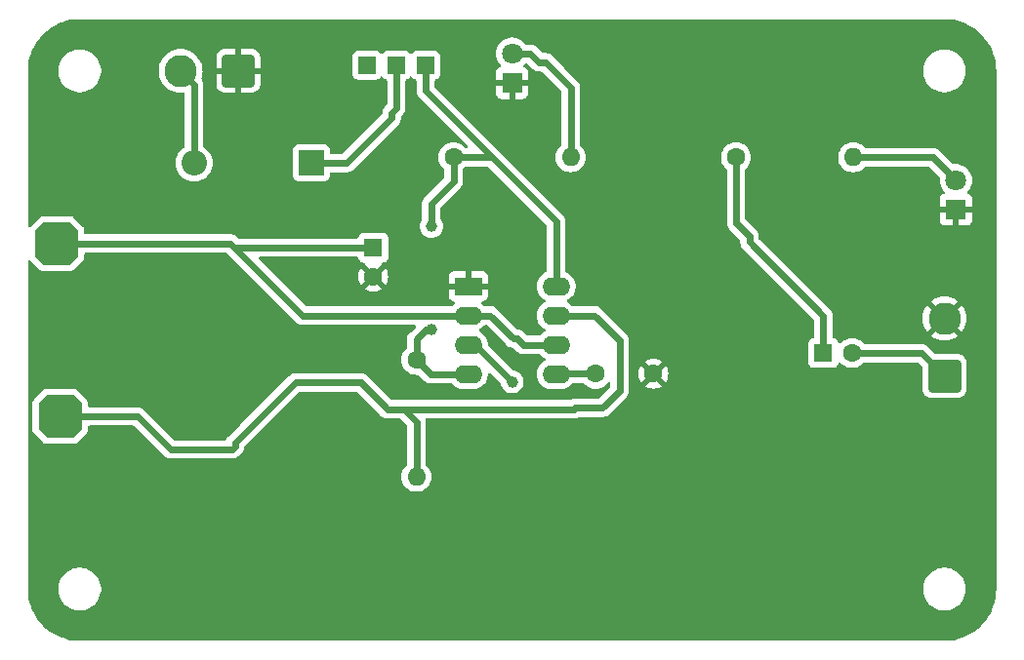
<source format=gbr>
%TF.GenerationSoftware,KiCad,Pcbnew,8.0.8*%
%TF.CreationDate,2025-04-25T12:53:52-04:00*%
%TF.ProjectId,udpudu,75647075-6475-42e6-9b69-6361645f7063,rev?*%
%TF.SameCoordinates,Original*%
%TF.FileFunction,Copper,L2,Bot*%
%TF.FilePolarity,Positive*%
%FSLAX46Y46*%
G04 Gerber Fmt 4.6, Leading zero omitted, Abs format (unit mm)*
G04 Created by KiCad (PCBNEW 8.0.8) date 2025-04-25 12:53:52*
%MOMM*%
%LPD*%
G01*
G04 APERTURE LIST*
G04 Aperture macros list*
%AMRoundRect*
0 Rectangle with rounded corners*
0 $1 Rounding radius*
0 $2 $3 $4 $5 $6 $7 $8 $9 X,Y pos of 4 corners*
0 Add a 4 corners polygon primitive as box body*
4,1,4,$2,$3,$4,$5,$6,$7,$8,$9,$2,$3,0*
0 Add four circle primitives for the rounded corners*
1,1,$1+$1,$2,$3*
1,1,$1+$1,$4,$5*
1,1,$1+$1,$6,$7*
1,1,$1+$1,$8,$9*
0 Add four rect primitives between the rounded corners*
20,1,$1+$1,$2,$3,$4,$5,0*
20,1,$1+$1,$4,$5,$6,$7,0*
20,1,$1+$1,$6,$7,$8,$9,0*
20,1,$1+$1,$8,$9,$2,$3,0*%
%AMOutline5P*
0 Free polygon, 5 corners , with rotation*
0 The origin of the aperture is its center*
0 number of corners: always 5*
0 $1 to $10 corner X, Y*
0 $11 Rotation angle, in degrees counterclockwise*
0 create outline with 5 corners*
4,1,5,$1,$2,$3,$4,$5,$6,$7,$8,$9,$10,$1,$2,$11*%
%AMOutline6P*
0 Free polygon, 6 corners , with rotation*
0 The origin of the aperture is its center*
0 number of corners: always 6*
0 $1 to $12 corner X, Y*
0 $13 Rotation angle, in degrees counterclockwise*
0 create outline with 6 corners*
4,1,6,$1,$2,$3,$4,$5,$6,$7,$8,$9,$10,$11,$12,$1,$2,$13*%
%AMOutline7P*
0 Free polygon, 7 corners , with rotation*
0 The origin of the aperture is its center*
0 number of corners: always 7*
0 $1 to $14 corner X, Y*
0 $15 Rotation angle, in degrees counterclockwise*
0 create outline with 7 corners*
4,1,7,$1,$2,$3,$4,$5,$6,$7,$8,$9,$10,$11,$12,$13,$14,$1,$2,$15*%
%AMOutline8P*
0 Free polygon, 8 corners , with rotation*
0 The origin of the aperture is its center*
0 number of corners: always 8*
0 $1 to $16 corner X, Y*
0 $17 Rotation angle, in degrees counterclockwise*
0 create outline with 8 corners*
4,1,8,$1,$2,$3,$4,$5,$6,$7,$8,$9,$10,$11,$12,$13,$14,$15,$16,$1,$2,$17*%
G04 Aperture macros list end*
%TA.AperFunction,ComponentPad*%
%ADD10R,1.800000X1.800000*%
%TD*%
%TA.AperFunction,ComponentPad*%
%ADD11C,1.800000*%
%TD*%
%TA.AperFunction,ComponentPad*%
%ADD12Outline8P,-1.900000X1.140000X-1.140000X1.900000X1.140000X1.900000X1.900000X1.140000X1.900000X-1.140000X1.140000X-1.900000X-1.140000X-1.900000X-1.900000X-1.140000X0.000000*%
%TD*%
%TA.AperFunction,ComponentPad*%
%ADD13RoundRect,0.250001X1.149999X-1.149999X1.149999X1.149999X-1.149999X1.149999X-1.149999X-1.149999X0*%
%TD*%
%TA.AperFunction,ComponentPad*%
%ADD14C,2.800000*%
%TD*%
%TA.AperFunction,ComponentPad*%
%ADD15R,2.200000X2.200000*%
%TD*%
%TA.AperFunction,ComponentPad*%
%ADD16O,2.200000X2.200000*%
%TD*%
%TA.AperFunction,ComponentPad*%
%ADD17R,2.400000X1.600000*%
%TD*%
%TA.AperFunction,ComponentPad*%
%ADD18O,2.400000X1.600000*%
%TD*%
%TA.AperFunction,ComponentPad*%
%ADD19R,1.600000X1.600000*%
%TD*%
%TA.AperFunction,ComponentPad*%
%ADD20C,1.600000*%
%TD*%
%TA.AperFunction,ComponentPad*%
%ADD21R,1.500000X1.500000*%
%TD*%
%TA.AperFunction,ComponentPad*%
%ADD22O,1.600000X1.600000*%
%TD*%
%TA.AperFunction,ComponentPad*%
%ADD23RoundRect,0.250001X1.149999X1.149999X-1.149999X1.149999X-1.149999X-1.149999X1.149999X-1.149999X0*%
%TD*%
%TA.AperFunction,ViaPad*%
%ADD24C,1.000000*%
%TD*%
%TA.AperFunction,Conductor*%
%ADD25C,0.600000*%
%TD*%
G04 APERTURE END LIST*
D10*
%TO.P,D2,1,K*%
%TO.N,GND*%
X131000000Y-67040000D03*
D11*
%TO.P,D2,2,A*%
%TO.N,Net-(D2-A)*%
X131000000Y-64500000D03*
%TD*%
D12*
%TO.P,J3,1,Pin_1*%
%TO.N,Net-(J3-Pin_1)*%
X53310000Y-85000000D03*
%TD*%
%TO.P,J1,1,Pin_1*%
%TO.N,Net-(J1-Pin_1)*%
X53000000Y-70000000D03*
%TD*%
D13*
%TO.P,LS1,1,1*%
%TO.N,Net-(C5-Pad2)*%
X130000000Y-81500000D03*
D14*
%TO.P,LS1,2,2*%
%TO.N,GND*%
X130000000Y-76500000D03*
%TD*%
D10*
%TO.P,D3,1,K*%
%TO.N,GND*%
X92500000Y-56040000D03*
D11*
%TO.P,D3,2,A*%
%TO.N,Net-(D3-A)*%
X92500000Y-53500000D03*
%TD*%
D15*
%TO.P,D1,1,K*%
%TO.N,Net-(D1-K)*%
X75080000Y-63000000D03*
D16*
%TO.P,D1,2,A*%
%TO.N,+9V*%
X64920000Y-63000000D03*
%TD*%
D17*
%TO.P,U1,1,GND*%
%TO.N,GND*%
X88700000Y-73700000D03*
D18*
%TO.P,U1,2,TR*%
%TO.N,Net-(J1-Pin_1)*%
X88700000Y-76240000D03*
%TO.P,U1,3,Q*%
%TO.N,Net-(U1-Q)*%
X88700000Y-78780000D03*
%TO.P,U1,4,R*%
%TO.N,VCC*%
X88700000Y-81320000D03*
%TO.P,U1,5,CV*%
%TO.N,Net-(U1-CV)*%
X96320000Y-81320000D03*
%TO.P,U1,6,THR*%
%TO.N,Net-(J1-Pin_1)*%
X96320000Y-78780000D03*
%TO.P,U1,7,DIS*%
%TO.N,Net-(J3-Pin_1)*%
X96320000Y-76240000D03*
%TO.P,U1,8,VCC*%
%TO.N,VCC*%
X96320000Y-73700000D03*
%TD*%
D19*
%TO.P,C4,1*%
%TO.N,Net-(J1-Pin_1)*%
X80450000Y-70350000D03*
D20*
%TO.P,C4,2*%
%TO.N,GND*%
X80450000Y-72850000D03*
%TD*%
D21*
%TO.P,SW1,1,A*%
%TO.N,unconnected-(SW1-A-Pad1)*%
X79920000Y-54500000D03*
%TO.P,SW1,2,B*%
%TO.N,Net-(D1-K)*%
X82460000Y-54500000D03*
%TO.P,SW1,3,C*%
%TO.N,VCC*%
X85000000Y-54500000D03*
%TD*%
D20*
%TO.P,R2,1*%
%TO.N,VCC*%
X84200000Y-80095000D03*
D22*
%TO.P,R2,2*%
%TO.N,Net-(J3-Pin_1)*%
X84200000Y-90255000D03*
%TD*%
D23*
%TO.P,J2,1,Pin_1*%
%TO.N,GND*%
X68750000Y-55000000D03*
D14*
%TO.P,J2,2,Pin_2*%
%TO.N,+9V*%
X63750000Y-55000000D03*
%TD*%
D20*
%TO.P,R4,1*%
%TO.N,VCC*%
X87420000Y-62500000D03*
D22*
%TO.P,R4,2*%
%TO.N,Net-(D3-A)*%
X97580000Y-62500000D03*
%TD*%
D20*
%TO.P,C3,1*%
%TO.N,Net-(U1-CV)*%
X99750000Y-81300000D03*
%TO.P,C3,2*%
%TO.N,GND*%
X104750000Y-81300000D03*
%TD*%
D19*
%TO.P,C5,1*%
%TO.N,Net-(U1-Q)*%
X119500000Y-79500000D03*
D20*
%TO.P,C5,2*%
%TO.N,Net-(C5-Pad2)*%
X122000000Y-79500000D03*
%TD*%
%TO.P,R3,1*%
%TO.N,Net-(U1-Q)*%
X111920000Y-62500000D03*
D22*
%TO.P,R3,2*%
%TO.N,Net-(D2-A)*%
X122080000Y-62500000D03*
%TD*%
D24*
%TO.N,Net-(U1-Q)*%
X92500000Y-82000000D03*
%TO.N,VCC*%
X85500000Y-77500000D03*
X85500000Y-68500000D03*
%TD*%
D25*
%TO.N,Net-(C5-Pad2)*%
X122000000Y-79500000D02*
X128000000Y-79500000D01*
X128000000Y-79500000D02*
X130000000Y-81500000D01*
%TO.N,Net-(U1-CV)*%
X96340000Y-81300000D02*
X96320000Y-81320000D01*
X99750000Y-81300000D02*
X96340000Y-81300000D01*
%TO.N,Net-(J1-Pin_1)*%
X92950000Y-78250000D02*
X93480000Y-78780000D01*
X90590000Y-76240000D02*
X92600000Y-78250000D01*
X93480000Y-78780000D02*
X96320000Y-78780000D01*
X68425000Y-70350000D02*
X68075000Y-70000000D01*
X88700000Y-76240000D02*
X90590000Y-76240000D01*
X53000000Y-70000000D02*
X68075000Y-70000000D01*
X80450000Y-70350000D02*
X68425000Y-70350000D01*
X92600000Y-78250000D02*
X92950000Y-78250000D01*
X74315000Y-76240000D02*
X88700000Y-76240000D01*
X68075000Y-70000000D02*
X74315000Y-76240000D01*
%TO.N,Net-(U1-Q)*%
X88700000Y-78780000D02*
X89280000Y-78780000D01*
X119500000Y-76300000D02*
X113075000Y-69875000D01*
X119500000Y-79500000D02*
X119500000Y-76300000D01*
X113075000Y-69350000D02*
X111920000Y-68195000D01*
X111920000Y-68195000D02*
X111920000Y-62500000D01*
X89280000Y-78780000D02*
X92500000Y-82000000D01*
X113075000Y-69875000D02*
X113075000Y-69350000D01*
%TO.N,Net-(D2-A)*%
X129000000Y-62500000D02*
X131000000Y-64500000D01*
X122080000Y-62500000D02*
X129000000Y-62500000D01*
%TO.N,Net-(D3-A)*%
X94100000Y-53500000D02*
X92500000Y-53500000D01*
X94850000Y-54250000D02*
X94100000Y-53500000D01*
X95375000Y-54250000D02*
X94850000Y-54250000D01*
X97580000Y-62500000D02*
X97580000Y-56455000D01*
X97580000Y-56455000D02*
X95375000Y-54250000D01*
%TO.N,VCC*%
X88700000Y-81320000D02*
X85425000Y-81320000D01*
X85000000Y-77500000D02*
X85500000Y-77500000D01*
X90650000Y-62400000D02*
X85000000Y-56750000D01*
X84200000Y-78300000D02*
X85000000Y-77500000D01*
X90550000Y-62500000D02*
X90650000Y-62400000D01*
X96320000Y-68070000D02*
X90650000Y-62400000D01*
X85500000Y-68500000D02*
X85500000Y-66500000D01*
X85500000Y-66500000D02*
X87420000Y-64580000D01*
X87420000Y-62500000D02*
X90550000Y-62500000D01*
X87420000Y-64580000D02*
X87420000Y-62500000D01*
X96320000Y-71000000D02*
X96320000Y-68070000D01*
X96320000Y-73700000D02*
X96320000Y-71000000D01*
X85000000Y-56750000D02*
X85000000Y-54500000D01*
X84200000Y-80095000D02*
X84200000Y-78300000D01*
X85425000Y-81320000D02*
X84200000Y-80095000D01*
%TO.N,Net-(J3-Pin_1)*%
X84200000Y-85475000D02*
X83100000Y-84375000D01*
X100350000Y-84250000D02*
X101825000Y-82775000D01*
X79375000Y-82075000D02*
X81675000Y-84375000D01*
X70912500Y-84862500D02*
X73700000Y-82075000D01*
X101825000Y-82775000D02*
X101825000Y-78400000D01*
X53310000Y-85000000D02*
X60000000Y-85000000D01*
X101825000Y-78400000D02*
X99665000Y-76240000D01*
X97850000Y-84375000D02*
X97975000Y-84250000D01*
X62875000Y-87875000D02*
X68225000Y-87875000D01*
X73700000Y-82075000D02*
X79375000Y-82075000D01*
X68450000Y-87325000D02*
X70912500Y-84862500D01*
X68225000Y-87875000D02*
X68450000Y-87650000D01*
X84200000Y-90255000D02*
X84200000Y-85475000D01*
X70775000Y-85000000D02*
X70912500Y-84862500D01*
X83100000Y-84375000D02*
X97850000Y-84375000D01*
X68450000Y-87650000D02*
X68450000Y-87325000D01*
X99665000Y-76240000D02*
X96320000Y-76240000D01*
X81675000Y-84375000D02*
X83100000Y-84375000D01*
X97975000Y-84250000D02*
X100350000Y-84250000D01*
X60000000Y-85000000D02*
X62875000Y-87875000D01*
%TO.N,Net-(D1-K)*%
X82050000Y-58650000D02*
X82460000Y-58240000D01*
X82050000Y-59075000D02*
X82050000Y-58650000D01*
X78125000Y-63000000D02*
X82050000Y-59075000D01*
X82460000Y-58240000D02*
X82460000Y-54500000D01*
X75080000Y-63000000D02*
X78125000Y-63000000D01*
%TO.N,+9V*%
X64920000Y-63000000D02*
X64920000Y-56170000D01*
X64920000Y-56170000D02*
X63750000Y-55000000D01*
%TD*%
%TA.AperFunction,Conductor*%
%TO.N,GND*%
G36*
X130002702Y-50500617D02*
G01*
X130386771Y-50517386D01*
X130397506Y-50518326D01*
X130775971Y-50568152D01*
X130786597Y-50570025D01*
X131159284Y-50652648D01*
X131169710Y-50655442D01*
X131533765Y-50770227D01*
X131543911Y-50773920D01*
X131896578Y-50920000D01*
X131906369Y-50924566D01*
X132244942Y-51100816D01*
X132254310Y-51106224D01*
X132576244Y-51311318D01*
X132585105Y-51317523D01*
X132887930Y-51549889D01*
X132896217Y-51556843D01*
X133177635Y-51814715D01*
X133185284Y-51822364D01*
X133443156Y-52103782D01*
X133450110Y-52112069D01*
X133682476Y-52414894D01*
X133688681Y-52423755D01*
X133893775Y-52745689D01*
X133899183Y-52755057D01*
X134075430Y-53093623D01*
X134080002Y-53103427D01*
X134226075Y-53456078D01*
X134229775Y-53466244D01*
X134344554Y-53830278D01*
X134347354Y-53840727D01*
X134429971Y-54213389D01*
X134431849Y-54224042D01*
X134481671Y-54602473D01*
X134482614Y-54613249D01*
X134499382Y-54997297D01*
X134499500Y-55002706D01*
X134499500Y-99997293D01*
X134499382Y-100002702D01*
X134482614Y-100386750D01*
X134481671Y-100397526D01*
X134431849Y-100775957D01*
X134429971Y-100786610D01*
X134347354Y-101159272D01*
X134344554Y-101169721D01*
X134229775Y-101533755D01*
X134226075Y-101543921D01*
X134080002Y-101896572D01*
X134075430Y-101906376D01*
X133899183Y-102244942D01*
X133893775Y-102254310D01*
X133688681Y-102576244D01*
X133682476Y-102585105D01*
X133450110Y-102887930D01*
X133443156Y-102896217D01*
X133185284Y-103177635D01*
X133177635Y-103185284D01*
X132896217Y-103443156D01*
X132887930Y-103450110D01*
X132585105Y-103682476D01*
X132576244Y-103688681D01*
X132254310Y-103893775D01*
X132244942Y-103899183D01*
X131906376Y-104075430D01*
X131896572Y-104080002D01*
X131543921Y-104226075D01*
X131533755Y-104229775D01*
X131169721Y-104344554D01*
X131159272Y-104347354D01*
X130786610Y-104429971D01*
X130775957Y-104431849D01*
X130397526Y-104481671D01*
X130386750Y-104482614D01*
X130002703Y-104499382D01*
X129997294Y-104499500D01*
X55002706Y-104499500D01*
X54997297Y-104499382D01*
X54613249Y-104482614D01*
X54602473Y-104481671D01*
X54224042Y-104431849D01*
X54213389Y-104429971D01*
X53840727Y-104347354D01*
X53830278Y-104344554D01*
X53466244Y-104229775D01*
X53456078Y-104226075D01*
X53103427Y-104080002D01*
X53093623Y-104075430D01*
X52755057Y-103899183D01*
X52745689Y-103893775D01*
X52423755Y-103688681D01*
X52414894Y-103682476D01*
X52112069Y-103450110D01*
X52103782Y-103443156D01*
X51822364Y-103185284D01*
X51814715Y-103177635D01*
X51556843Y-102896217D01*
X51549889Y-102887930D01*
X51317523Y-102585105D01*
X51311318Y-102576244D01*
X51106224Y-102254310D01*
X51100816Y-102244942D01*
X50924569Y-101906376D01*
X50919997Y-101896572D01*
X50773920Y-101543911D01*
X50770224Y-101533755D01*
X50655442Y-101169710D01*
X50652648Y-101159284D01*
X50570025Y-100786597D01*
X50568152Y-100775971D01*
X50518326Y-100397506D01*
X50517386Y-100386771D01*
X50500618Y-100002702D01*
X50500500Y-99997293D01*
X50500500Y-99878711D01*
X53149500Y-99878711D01*
X53149500Y-100121288D01*
X53181161Y-100361785D01*
X53243947Y-100596104D01*
X53336773Y-100820205D01*
X53336776Y-100820212D01*
X53458064Y-101030289D01*
X53458066Y-101030292D01*
X53458067Y-101030293D01*
X53605733Y-101222736D01*
X53605739Y-101222743D01*
X53777256Y-101394260D01*
X53777262Y-101394265D01*
X53969711Y-101541936D01*
X54179788Y-101663224D01*
X54403900Y-101756054D01*
X54638211Y-101818838D01*
X54818586Y-101842584D01*
X54878711Y-101850500D01*
X54878712Y-101850500D01*
X55121289Y-101850500D01*
X55169388Y-101844167D01*
X55361789Y-101818838D01*
X55596100Y-101756054D01*
X55820212Y-101663224D01*
X56030289Y-101541936D01*
X56222738Y-101394265D01*
X56394265Y-101222738D01*
X56541936Y-101030289D01*
X56663224Y-100820212D01*
X56756054Y-100596100D01*
X56818838Y-100361789D01*
X56850500Y-100121288D01*
X56850500Y-99878712D01*
X56850500Y-99878711D01*
X128149500Y-99878711D01*
X128149500Y-100121288D01*
X128181161Y-100361785D01*
X128243947Y-100596104D01*
X128336773Y-100820205D01*
X128336776Y-100820212D01*
X128458064Y-101030289D01*
X128458066Y-101030292D01*
X128458067Y-101030293D01*
X128605733Y-101222736D01*
X128605739Y-101222743D01*
X128777256Y-101394260D01*
X128777262Y-101394265D01*
X128969711Y-101541936D01*
X129179788Y-101663224D01*
X129403900Y-101756054D01*
X129638211Y-101818838D01*
X129818586Y-101842584D01*
X129878711Y-101850500D01*
X129878712Y-101850500D01*
X130121289Y-101850500D01*
X130169388Y-101844167D01*
X130361789Y-101818838D01*
X130596100Y-101756054D01*
X130820212Y-101663224D01*
X131030289Y-101541936D01*
X131222738Y-101394265D01*
X131394265Y-101222738D01*
X131541936Y-101030289D01*
X131663224Y-100820212D01*
X131756054Y-100596100D01*
X131818838Y-100361789D01*
X131850500Y-100121288D01*
X131850500Y-99878712D01*
X131818838Y-99638211D01*
X131756054Y-99403900D01*
X131663224Y-99179788D01*
X131541936Y-98969711D01*
X131394265Y-98777262D01*
X131394260Y-98777256D01*
X131222743Y-98605739D01*
X131222736Y-98605733D01*
X131030293Y-98458067D01*
X131030292Y-98458066D01*
X131030289Y-98458064D01*
X130820212Y-98336776D01*
X130820205Y-98336773D01*
X130596104Y-98243947D01*
X130361785Y-98181161D01*
X130121289Y-98149500D01*
X130121288Y-98149500D01*
X129878712Y-98149500D01*
X129878711Y-98149500D01*
X129638214Y-98181161D01*
X129403895Y-98243947D01*
X129179794Y-98336773D01*
X129179785Y-98336777D01*
X128969706Y-98458067D01*
X128777263Y-98605733D01*
X128777256Y-98605739D01*
X128605739Y-98777256D01*
X128605733Y-98777263D01*
X128458067Y-98969706D01*
X128336777Y-99179785D01*
X128336773Y-99179794D01*
X128243947Y-99403895D01*
X128181161Y-99638214D01*
X128149500Y-99878711D01*
X56850500Y-99878711D01*
X56818838Y-99638211D01*
X56756054Y-99403900D01*
X56663224Y-99179788D01*
X56541936Y-98969711D01*
X56394265Y-98777262D01*
X56394260Y-98777256D01*
X56222743Y-98605739D01*
X56222736Y-98605733D01*
X56030293Y-98458067D01*
X56030292Y-98458066D01*
X56030289Y-98458064D01*
X55820212Y-98336776D01*
X55820205Y-98336773D01*
X55596104Y-98243947D01*
X55361785Y-98181161D01*
X55121289Y-98149500D01*
X55121288Y-98149500D01*
X54878712Y-98149500D01*
X54878711Y-98149500D01*
X54638214Y-98181161D01*
X54403895Y-98243947D01*
X54179794Y-98336773D01*
X54179785Y-98336777D01*
X53969706Y-98458067D01*
X53777263Y-98605733D01*
X53777256Y-98605739D01*
X53605739Y-98777256D01*
X53605733Y-98777263D01*
X53458067Y-98969706D01*
X53336777Y-99179785D01*
X53336773Y-99179794D01*
X53243947Y-99403895D01*
X53181161Y-99638214D01*
X53149500Y-99878711D01*
X50500500Y-99878711D01*
X50500500Y-71547382D01*
X50520185Y-71480343D01*
X50572989Y-71434588D01*
X50642147Y-71424644D01*
X50705703Y-71453669D01*
X50714343Y-71462232D01*
X50714381Y-71462195D01*
X51535067Y-72282882D01*
X51535077Y-72282891D01*
X51601982Y-72334863D01*
X51601983Y-72334863D01*
X51601984Y-72334864D01*
X51734950Y-72389940D01*
X51819023Y-72400500D01*
X54180975Y-72400499D01*
X54265050Y-72389940D01*
X54398016Y-72334863D01*
X54464935Y-72282879D01*
X55282884Y-71464931D01*
X55334864Y-71398016D01*
X55389940Y-71265050D01*
X55400500Y-71180977D01*
X55400500Y-70924500D01*
X55420185Y-70857461D01*
X55472989Y-70811706D01*
X55524500Y-70800500D01*
X67692060Y-70800500D01*
X67759099Y-70820185D01*
X67779741Y-70836819D01*
X73804707Y-76861786D01*
X73804711Y-76861789D01*
X73935814Y-76949390D01*
X73935818Y-76949392D01*
X73935821Y-76949394D01*
X74081503Y-77009738D01*
X74236153Y-77040499D01*
X74236157Y-77040500D01*
X74236158Y-77040500D01*
X74393843Y-77040500D01*
X84028060Y-77040500D01*
X84095099Y-77060185D01*
X84140854Y-77112989D01*
X84150798Y-77182147D01*
X84121773Y-77245703D01*
X84115741Y-77252181D01*
X83689711Y-77678211D01*
X83633960Y-77733962D01*
X83578209Y-77789712D01*
X83490609Y-77920814D01*
X83490602Y-77920827D01*
X83430264Y-78066498D01*
X83430261Y-78066510D01*
X83399500Y-78221153D01*
X83399500Y-79004951D01*
X83379815Y-79071990D01*
X83363181Y-79092632D01*
X83199954Y-79255858D01*
X83069432Y-79442265D01*
X83069431Y-79442267D01*
X82973261Y-79648502D01*
X82973258Y-79648511D01*
X82914366Y-79868302D01*
X82914364Y-79868313D01*
X82894532Y-80094998D01*
X82894532Y-80095001D01*
X82914364Y-80321686D01*
X82914366Y-80321697D01*
X82973258Y-80541488D01*
X82973261Y-80541497D01*
X83069431Y-80747732D01*
X83069432Y-80747734D01*
X83199954Y-80934141D01*
X83360858Y-81095045D01*
X83360861Y-81095047D01*
X83547266Y-81225568D01*
X83753504Y-81321739D01*
X83973308Y-81380635D01*
X84135230Y-81394801D01*
X84199998Y-81400468D01*
X84199999Y-81400468D01*
X84199999Y-81400467D01*
X84200000Y-81400468D01*
X84301839Y-81391557D01*
X84370336Y-81405323D01*
X84400326Y-81427404D01*
X84914707Y-81941786D01*
X84914711Y-81941789D01*
X85045814Y-82029390D01*
X85045818Y-82029392D01*
X85045821Y-82029394D01*
X85191503Y-82089738D01*
X85344574Y-82120185D01*
X85346153Y-82120499D01*
X85346157Y-82120500D01*
X85346158Y-82120500D01*
X85503843Y-82120500D01*
X87210967Y-82120500D01*
X87278006Y-82140185D01*
X87305252Y-82163962D01*
X87308035Y-82167220D01*
X87452786Y-82311971D01*
X87607749Y-82424556D01*
X87618390Y-82432287D01*
X87711524Y-82479741D01*
X87800776Y-82525218D01*
X87800778Y-82525218D01*
X87800781Y-82525220D01*
X87903305Y-82558532D01*
X87995465Y-82588477D01*
X88096557Y-82604488D01*
X88197648Y-82620500D01*
X88197649Y-82620500D01*
X89202351Y-82620500D01*
X89202352Y-82620500D01*
X89404534Y-82588477D01*
X89599219Y-82525220D01*
X89781610Y-82432287D01*
X89874590Y-82364732D01*
X89947213Y-82311971D01*
X89947215Y-82311968D01*
X89947219Y-82311966D01*
X90091966Y-82167219D01*
X90091968Y-82167215D01*
X90091971Y-82167213D01*
X90148259Y-82089738D01*
X90212287Y-82001610D01*
X90305220Y-81819219D01*
X90368477Y-81624534D01*
X90400500Y-81422352D01*
X90400500Y-81331940D01*
X90420185Y-81264901D01*
X90472989Y-81219146D01*
X90542147Y-81209202D01*
X90605703Y-81238227D01*
X90612181Y-81244259D01*
X91477131Y-82109209D01*
X91510616Y-82170532D01*
X91512853Y-82184733D01*
X91513975Y-82196129D01*
X91513976Y-82196132D01*
X91545498Y-82300047D01*
X91571188Y-82384733D01*
X91664086Y-82558532D01*
X91664090Y-82558539D01*
X91789116Y-82710883D01*
X91941460Y-82835909D01*
X91941467Y-82835913D01*
X92115266Y-82928811D01*
X92115269Y-82928811D01*
X92115273Y-82928814D01*
X92303868Y-82986024D01*
X92500000Y-83005341D01*
X92696132Y-82986024D01*
X92884727Y-82928814D01*
X92916523Y-82911819D01*
X93024986Y-82853844D01*
X93058538Y-82835910D01*
X93210883Y-82710883D01*
X93335910Y-82558538D01*
X93403394Y-82432284D01*
X93428811Y-82384733D01*
X93428811Y-82384732D01*
X93428814Y-82384727D01*
X93486024Y-82196132D01*
X93505341Y-82000000D01*
X93486024Y-81803868D01*
X93428814Y-81615273D01*
X93428811Y-81615269D01*
X93428811Y-81615266D01*
X93335913Y-81441467D01*
X93335909Y-81441460D01*
X93210883Y-81289116D01*
X93058539Y-81164090D01*
X93058532Y-81164086D01*
X92884733Y-81071188D01*
X92884727Y-81071186D01*
X92696132Y-81013976D01*
X92696129Y-81013975D01*
X92696130Y-81013975D01*
X92684733Y-81012853D01*
X92619947Y-80986691D01*
X92609209Y-80977131D01*
X90436819Y-78804741D01*
X90403334Y-78743418D01*
X90400500Y-78717060D01*
X90400500Y-78677648D01*
X90368477Y-78475465D01*
X90323133Y-78335913D01*
X90305220Y-78280781D01*
X90305218Y-78280778D01*
X90305218Y-78280776D01*
X90263805Y-78199500D01*
X90212287Y-78098390D01*
X90155935Y-78020827D01*
X90091971Y-77932786D01*
X89947213Y-77788028D01*
X89781614Y-77667715D01*
X89756901Y-77655123D01*
X89688917Y-77620483D01*
X89638123Y-77572511D01*
X89621328Y-77504690D01*
X89643865Y-77438555D01*
X89688917Y-77399516D01*
X89781610Y-77352287D01*
X89848254Y-77303868D01*
X89947213Y-77231971D01*
X89947215Y-77231968D01*
X89947219Y-77231966D01*
X90091966Y-77087219D01*
X90091972Y-77087210D01*
X90094748Y-77083962D01*
X90153258Y-77045773D01*
X90189033Y-77040500D01*
X90207060Y-77040500D01*
X90274099Y-77060185D01*
X90294741Y-77076819D01*
X91978211Y-78760289D01*
X92065188Y-78847266D01*
X92089712Y-78871790D01*
X92220817Y-78959392D01*
X92220819Y-78959392D01*
X92220821Y-78959394D01*
X92341533Y-79009394D01*
X92341534Y-79009395D01*
X92366498Y-79019735D01*
X92366503Y-79019737D01*
X92366507Y-79019737D01*
X92366508Y-79019738D01*
X92521154Y-79050500D01*
X92521157Y-79050500D01*
X92521158Y-79050500D01*
X92567060Y-79050500D01*
X92634099Y-79070185D01*
X92654741Y-79086819D01*
X92858211Y-79290289D01*
X92969711Y-79401789D01*
X92969712Y-79401790D01*
X93100814Y-79489390D01*
X93100827Y-79489397D01*
X93246498Y-79549735D01*
X93246503Y-79549737D01*
X93246507Y-79549737D01*
X93246508Y-79549738D01*
X93401154Y-79580500D01*
X93401157Y-79580500D01*
X93401158Y-79580500D01*
X94830967Y-79580500D01*
X94898006Y-79600185D01*
X94925252Y-79623962D01*
X94928035Y-79627220D01*
X95072786Y-79771971D01*
X95223334Y-79881348D01*
X95238390Y-79892287D01*
X95329840Y-79938883D01*
X95331080Y-79939515D01*
X95381876Y-79987490D01*
X95398671Y-80055311D01*
X95376134Y-80121446D01*
X95331080Y-80160485D01*
X95238386Y-80207715D01*
X95072786Y-80328028D01*
X94928028Y-80472786D01*
X94807715Y-80638386D01*
X94714781Y-80820776D01*
X94651522Y-81015465D01*
X94627983Y-81164090D01*
X94619500Y-81217648D01*
X94619500Y-81422352D01*
X94622527Y-81441462D01*
X94651522Y-81624534D01*
X94714781Y-81819223D01*
X94807715Y-82001613D01*
X94928028Y-82167213D01*
X95072786Y-82311971D01*
X95227749Y-82424556D01*
X95238390Y-82432287D01*
X95331524Y-82479741D01*
X95420776Y-82525218D01*
X95420778Y-82525218D01*
X95420781Y-82525220D01*
X95523305Y-82558532D01*
X95615465Y-82588477D01*
X95716557Y-82604488D01*
X95817648Y-82620500D01*
X95817649Y-82620500D01*
X96822351Y-82620500D01*
X96822352Y-82620500D01*
X97024534Y-82588477D01*
X97219219Y-82525220D01*
X97401610Y-82432287D01*
X97494590Y-82364732D01*
X97567213Y-82311971D01*
X97567215Y-82311968D01*
X97567219Y-82311966D01*
X97711966Y-82167219D01*
X97714332Y-82163962D01*
X97723304Y-82151615D01*
X97778634Y-82108949D01*
X97823622Y-82100500D01*
X98659951Y-82100500D01*
X98726990Y-82120185D01*
X98747632Y-82136819D01*
X98910858Y-82300045D01*
X98910861Y-82300047D01*
X99097266Y-82430568D01*
X99303504Y-82526739D01*
X99523308Y-82585635D01*
X99681786Y-82599500D01*
X99749998Y-82605468D01*
X99750000Y-82605468D01*
X99750002Y-82605468D01*
X99818214Y-82599500D01*
X99976692Y-82585635D01*
X100196496Y-82526739D01*
X100402734Y-82430568D01*
X100589139Y-82300047D01*
X100750047Y-82139139D01*
X100798925Y-82069333D01*
X100853501Y-82025708D01*
X100922999Y-82018514D01*
X100985354Y-82050036D01*
X101020769Y-82110266D01*
X101024500Y-82140456D01*
X101024500Y-82392060D01*
X101004815Y-82459099D01*
X100988181Y-82479741D01*
X100054741Y-83413181D01*
X99993418Y-83446666D01*
X99967060Y-83449500D01*
X97896153Y-83449500D01*
X97741510Y-83480260D01*
X97741502Y-83480262D01*
X97595824Y-83540604D01*
X97595813Y-83540610D01*
X97576372Y-83553601D01*
X97509695Y-83574480D01*
X97507480Y-83574500D01*
X82057940Y-83574500D01*
X81990901Y-83554815D01*
X81970259Y-83538181D01*
X79885292Y-81453213D01*
X79885288Y-81453210D01*
X79754185Y-81365609D01*
X79754172Y-81365602D01*
X79608501Y-81305264D01*
X79608489Y-81305261D01*
X79453845Y-81274500D01*
X79453842Y-81274500D01*
X73778842Y-81274500D01*
X73621157Y-81274500D01*
X73621155Y-81274500D01*
X73492977Y-81299997D01*
X73492962Y-81300000D01*
X73473071Y-81303956D01*
X73466502Y-81305263D01*
X73466501Y-81305263D01*
X73320827Y-81365602D01*
X73320814Y-81365609D01*
X73189712Y-81453209D01*
X73133962Y-81508960D01*
X73078211Y-81564711D01*
X73078209Y-81564713D01*
X70384770Y-84258151D01*
X70384769Y-84258152D01*
X68872663Y-85770259D01*
X67939711Y-86703211D01*
X67883960Y-86758962D01*
X67828209Y-86814712D01*
X67740607Y-86945817D01*
X67740606Y-86945820D01*
X67719013Y-86997952D01*
X67675173Y-87052356D01*
X67608879Y-87074421D01*
X67604452Y-87074500D01*
X63257940Y-87074500D01*
X63190901Y-87054815D01*
X63170259Y-87038181D01*
X60510292Y-84378213D01*
X60510288Y-84378210D01*
X60379185Y-84290609D01*
X60379172Y-84290602D01*
X60233501Y-84230264D01*
X60233489Y-84230261D01*
X60078845Y-84199500D01*
X60078842Y-84199500D01*
X55834499Y-84199500D01*
X55767460Y-84179815D01*
X55721705Y-84127011D01*
X55710499Y-84075500D01*
X55710499Y-83819029D01*
X55710499Y-83819025D01*
X55699940Y-83734950D01*
X55644863Y-83601984D01*
X55592879Y-83535065D01*
X54774931Y-82717116D01*
X54774930Y-82717115D01*
X54774922Y-82717108D01*
X54708017Y-82665136D01*
X54641533Y-82637598D01*
X54575050Y-82610060D01*
X54490977Y-82599500D01*
X52129029Y-82599500D01*
X52044950Y-82610060D01*
X51911984Y-82665136D01*
X51845065Y-82717121D01*
X51845058Y-82717127D01*
X51027117Y-83535067D01*
X51027108Y-83535077D01*
X50975136Y-83601982D01*
X50920060Y-83734950D01*
X50909500Y-83819019D01*
X50909500Y-86180970D01*
X50920060Y-86265049D01*
X50975136Y-86398015D01*
X50975137Y-86398016D01*
X51027121Y-86464935D01*
X51027127Y-86464941D01*
X51845067Y-87282882D01*
X51845077Y-87282891D01*
X51911982Y-87334863D01*
X51911983Y-87334863D01*
X51911984Y-87334864D01*
X52044950Y-87389940D01*
X52129023Y-87400500D01*
X54490975Y-87400499D01*
X54575050Y-87389940D01*
X54708016Y-87334863D01*
X54774935Y-87282879D01*
X55592884Y-86464931D01*
X55644864Y-86398016D01*
X55699940Y-86265050D01*
X55710500Y-86180977D01*
X55710500Y-85924500D01*
X55730185Y-85857461D01*
X55782989Y-85811706D01*
X55834500Y-85800500D01*
X59617060Y-85800500D01*
X59684099Y-85820185D01*
X59704741Y-85836819D01*
X62364707Y-88496786D01*
X62364711Y-88496789D01*
X62495814Y-88584390D01*
X62495827Y-88584397D01*
X62641498Y-88644735D01*
X62641503Y-88644737D01*
X62796153Y-88675499D01*
X62796156Y-88675500D01*
X62796158Y-88675500D01*
X68303844Y-88675500D01*
X68303845Y-88675499D01*
X68458497Y-88644737D01*
X68604179Y-88584394D01*
X68735289Y-88496789D01*
X69071789Y-88160289D01*
X69159394Y-88029179D01*
X69219737Y-87883497D01*
X69250500Y-87728842D01*
X69250500Y-87707940D01*
X69270185Y-87640901D01*
X69286819Y-87620259D01*
X70203867Y-86703211D01*
X71534289Y-85372789D01*
X71534289Y-85372788D01*
X73995258Y-82911819D01*
X74056581Y-82878334D01*
X74082939Y-82875500D01*
X78992060Y-82875500D01*
X79059099Y-82895185D01*
X79079741Y-82911819D01*
X81053211Y-84885289D01*
X81127312Y-84959390D01*
X81164712Y-84996790D01*
X81295814Y-85084390D01*
X81295827Y-85084397D01*
X81441498Y-85144735D01*
X81441503Y-85144737D01*
X81441507Y-85144737D01*
X81441508Y-85144738D01*
X81596154Y-85175500D01*
X81596157Y-85175500D01*
X81596158Y-85175500D01*
X82717060Y-85175500D01*
X82784099Y-85195185D01*
X82804741Y-85211819D01*
X83363181Y-85770259D01*
X83396666Y-85831582D01*
X83399500Y-85857940D01*
X83399500Y-89164951D01*
X83379815Y-89231990D01*
X83363181Y-89252632D01*
X83199954Y-89415858D01*
X83069432Y-89602265D01*
X83069431Y-89602267D01*
X82973261Y-89808502D01*
X82973258Y-89808511D01*
X82914366Y-90028302D01*
X82914364Y-90028313D01*
X82894532Y-90254998D01*
X82894532Y-90255001D01*
X82914364Y-90481686D01*
X82914366Y-90481697D01*
X82973258Y-90701488D01*
X82973261Y-90701497D01*
X83069431Y-90907732D01*
X83069432Y-90907734D01*
X83199954Y-91094141D01*
X83360858Y-91255045D01*
X83360861Y-91255047D01*
X83547266Y-91385568D01*
X83753504Y-91481739D01*
X83973308Y-91540635D01*
X84135230Y-91554801D01*
X84199998Y-91560468D01*
X84200000Y-91560468D01*
X84200002Y-91560468D01*
X84256673Y-91555509D01*
X84426692Y-91540635D01*
X84646496Y-91481739D01*
X84852734Y-91385568D01*
X85039139Y-91255047D01*
X85200047Y-91094139D01*
X85330568Y-90907734D01*
X85426739Y-90701496D01*
X85485635Y-90481692D01*
X85505468Y-90255000D01*
X85485635Y-90028308D01*
X85426739Y-89808504D01*
X85330568Y-89602266D01*
X85200047Y-89415861D01*
X85200045Y-89415858D01*
X85036819Y-89252632D01*
X85003334Y-89191309D01*
X85000500Y-89164951D01*
X85000500Y-85396155D01*
X85000499Y-85396153D01*
X84986086Y-85323691D01*
X84992313Y-85254100D01*
X85035176Y-85198922D01*
X85101066Y-85175678D01*
X85107703Y-85175500D01*
X97928844Y-85175500D01*
X97928845Y-85175499D01*
X98083497Y-85144737D01*
X98229179Y-85084394D01*
X98237928Y-85078547D01*
X98248628Y-85071399D01*
X98315305Y-85050520D01*
X98317520Y-85050500D01*
X100428844Y-85050500D01*
X100428845Y-85050499D01*
X100583497Y-85019737D01*
X100729179Y-84959394D01*
X100860289Y-84871789D01*
X102446789Y-83285289D01*
X102534394Y-83154179D01*
X102594737Y-83008497D01*
X102625500Y-82853842D01*
X102625500Y-82696158D01*
X102625500Y-81299997D01*
X103445034Y-81299997D01*
X103445034Y-81300000D01*
X103464858Y-81526599D01*
X103464860Y-81526610D01*
X103523730Y-81746317D01*
X103523735Y-81746331D01*
X103619863Y-81952478D01*
X103670974Y-82025472D01*
X104350000Y-81346446D01*
X104350000Y-81352661D01*
X104377259Y-81454394D01*
X104429920Y-81545606D01*
X104504394Y-81620080D01*
X104595606Y-81672741D01*
X104697339Y-81700000D01*
X104703553Y-81700000D01*
X104024526Y-82379025D01*
X104097513Y-82430132D01*
X104097521Y-82430136D01*
X104303668Y-82526264D01*
X104303682Y-82526269D01*
X104523389Y-82585139D01*
X104523400Y-82585141D01*
X104749998Y-82604966D01*
X104750002Y-82604966D01*
X104976599Y-82585141D01*
X104976610Y-82585139D01*
X105196317Y-82526269D01*
X105196331Y-82526264D01*
X105402478Y-82430136D01*
X105475471Y-82379024D01*
X104796447Y-81700000D01*
X104802661Y-81700000D01*
X104904394Y-81672741D01*
X104995606Y-81620080D01*
X105070080Y-81545606D01*
X105122741Y-81454394D01*
X105150000Y-81352661D01*
X105150000Y-81346447D01*
X105829024Y-82025471D01*
X105880136Y-81952478D01*
X105976264Y-81746331D01*
X105976269Y-81746317D01*
X106035139Y-81526610D01*
X106035141Y-81526599D01*
X106054966Y-81300000D01*
X106054966Y-81299997D01*
X106035141Y-81073400D01*
X106035139Y-81073389D01*
X105976269Y-80853682D01*
X105976264Y-80853668D01*
X105880136Y-80647521D01*
X105880132Y-80647513D01*
X105829025Y-80574526D01*
X105150000Y-81253551D01*
X105150000Y-81247339D01*
X105122741Y-81145606D01*
X105070080Y-81054394D01*
X104995606Y-80979920D01*
X104904394Y-80927259D01*
X104802661Y-80900000D01*
X104796445Y-80900000D01*
X105475472Y-80220974D01*
X105402478Y-80169863D01*
X105196331Y-80073735D01*
X105196317Y-80073730D01*
X104976610Y-80014860D01*
X104976599Y-80014858D01*
X104750002Y-79995034D01*
X104749998Y-79995034D01*
X104523400Y-80014858D01*
X104523389Y-80014860D01*
X104303682Y-80073730D01*
X104303673Y-80073734D01*
X104097516Y-80169866D01*
X104097512Y-80169868D01*
X104024526Y-80220973D01*
X104024526Y-80220974D01*
X104703553Y-80900000D01*
X104697339Y-80900000D01*
X104595606Y-80927259D01*
X104504394Y-80979920D01*
X104429920Y-81054394D01*
X104377259Y-81145606D01*
X104350000Y-81247339D01*
X104350000Y-81253552D01*
X103670974Y-80574526D01*
X103670973Y-80574526D01*
X103619868Y-80647512D01*
X103619866Y-80647516D01*
X103523734Y-80853673D01*
X103523730Y-80853682D01*
X103464860Y-81073389D01*
X103464858Y-81073400D01*
X103445034Y-81299997D01*
X102625500Y-81299997D01*
X102625500Y-78321158D01*
X102617468Y-78280781D01*
X102617467Y-78280776D01*
X102594739Y-78166510D01*
X102594736Y-78166501D01*
X102576216Y-78121789D01*
X102534397Y-78020827D01*
X102534390Y-78020814D01*
X102446789Y-77889711D01*
X102446786Y-77889707D01*
X102330970Y-77773891D01*
X102330947Y-77773870D01*
X100175292Y-75618213D01*
X100175288Y-75618210D01*
X100044185Y-75530609D01*
X100044172Y-75530602D01*
X99898501Y-75470264D01*
X99898489Y-75470261D01*
X99743845Y-75439500D01*
X99743842Y-75439500D01*
X97809033Y-75439500D01*
X97741994Y-75419815D01*
X97714748Y-75396038D01*
X97711964Y-75392779D01*
X97567213Y-75248028D01*
X97401614Y-75127715D01*
X97339929Y-75096285D01*
X97308917Y-75080483D01*
X97258123Y-75032511D01*
X97241328Y-74964690D01*
X97263865Y-74898555D01*
X97308917Y-74859516D01*
X97401610Y-74812287D01*
X97463548Y-74767287D01*
X97567213Y-74691971D01*
X97567215Y-74691968D01*
X97567219Y-74691966D01*
X97711966Y-74547219D01*
X97711968Y-74547215D01*
X97711971Y-74547213D01*
X97764732Y-74474590D01*
X97832287Y-74381610D01*
X97925220Y-74199219D01*
X97988477Y-74004534D01*
X98020500Y-73802352D01*
X98020500Y-73597648D01*
X98005426Y-73502478D01*
X97988477Y-73395465D01*
X97932355Y-73222741D01*
X97925220Y-73200781D01*
X97925218Y-73200778D01*
X97925218Y-73200776D01*
X97891503Y-73134607D01*
X97832287Y-73018390D01*
X97822118Y-73004394D01*
X97711971Y-72852786D01*
X97567213Y-72708028D01*
X97401613Y-72587715D01*
X97401612Y-72587714D01*
X97401610Y-72587713D01*
X97313487Y-72542812D01*
X97219219Y-72494779D01*
X97206180Y-72490543D01*
X97148505Y-72451105D01*
X97121308Y-72386746D01*
X97120500Y-72372613D01*
X97120500Y-67991153D01*
X97120499Y-67991149D01*
X97096062Y-67868299D01*
X97089737Y-67836503D01*
X97079612Y-67812059D01*
X97029397Y-67690827D01*
X97029390Y-67690814D01*
X96941790Y-67559712D01*
X96941789Y-67559711D01*
X96830289Y-67448211D01*
X91160289Y-61778211D01*
X85836819Y-56454741D01*
X85803334Y-56393418D01*
X85800500Y-56367060D01*
X85800500Y-55851439D01*
X85820185Y-55784400D01*
X85872989Y-55738645D01*
X85881168Y-55735257D01*
X85992326Y-55693798D01*
X85992326Y-55693797D01*
X85992331Y-55693796D01*
X86107546Y-55607546D01*
X86193796Y-55492331D01*
X86244091Y-55357483D01*
X86250500Y-55297873D01*
X86250499Y-53702128D01*
X86244091Y-53642517D01*
X86238755Y-53628211D01*
X86193797Y-53507671D01*
X86193793Y-53507664D01*
X86188050Y-53499993D01*
X91094700Y-53499993D01*
X91094700Y-53500006D01*
X91113864Y-53731297D01*
X91113866Y-53731308D01*
X91170842Y-53956300D01*
X91264075Y-54168848D01*
X91391018Y-54363150D01*
X91486167Y-54466510D01*
X91517089Y-54529164D01*
X91509228Y-54598590D01*
X91465081Y-54652746D01*
X91438271Y-54666674D01*
X91357911Y-54696646D01*
X91357906Y-54696649D01*
X91242812Y-54782809D01*
X91242809Y-54782812D01*
X91156649Y-54897906D01*
X91156645Y-54897913D01*
X91106403Y-55032620D01*
X91106401Y-55032627D01*
X91100000Y-55092155D01*
X91100000Y-55790000D01*
X92124722Y-55790000D01*
X92080667Y-55866306D01*
X92050000Y-55980756D01*
X92050000Y-56099244D01*
X92080667Y-56213694D01*
X92124722Y-56290000D01*
X91100000Y-56290000D01*
X91100000Y-56987844D01*
X91106401Y-57047372D01*
X91106403Y-57047379D01*
X91156645Y-57182086D01*
X91156649Y-57182093D01*
X91242809Y-57297187D01*
X91242812Y-57297190D01*
X91357906Y-57383350D01*
X91357913Y-57383354D01*
X91492620Y-57433596D01*
X91492627Y-57433598D01*
X91552155Y-57439999D01*
X91552172Y-57440000D01*
X92250000Y-57440000D01*
X92250000Y-56415277D01*
X92326306Y-56459333D01*
X92440756Y-56490000D01*
X92559244Y-56490000D01*
X92673694Y-56459333D01*
X92750000Y-56415277D01*
X92750000Y-57440000D01*
X93447828Y-57440000D01*
X93447844Y-57439999D01*
X93507372Y-57433598D01*
X93507379Y-57433596D01*
X93642086Y-57383354D01*
X93642093Y-57383350D01*
X93757187Y-57297190D01*
X93757190Y-57297187D01*
X93843350Y-57182093D01*
X93843354Y-57182086D01*
X93893596Y-57047379D01*
X93893598Y-57047372D01*
X93899999Y-56987844D01*
X93900000Y-56987827D01*
X93900000Y-56290000D01*
X92875278Y-56290000D01*
X92919333Y-56213694D01*
X92950000Y-56099244D01*
X92950000Y-55980756D01*
X92919333Y-55866306D01*
X92875278Y-55790000D01*
X93900000Y-55790000D01*
X93900000Y-55092172D01*
X93899999Y-55092155D01*
X93893598Y-55032627D01*
X93893596Y-55032620D01*
X93843354Y-54897913D01*
X93843350Y-54897906D01*
X93757190Y-54782812D01*
X93757187Y-54782809D01*
X93642093Y-54696649D01*
X93642086Y-54696645D01*
X93561729Y-54666674D01*
X93505795Y-54624803D01*
X93481378Y-54559338D01*
X93496230Y-54491065D01*
X93513831Y-54466511D01*
X93608979Y-54363153D01*
X93613209Y-54356679D01*
X93666355Y-54311322D01*
X93717018Y-54300500D01*
X93717060Y-54300500D01*
X93784099Y-54320185D01*
X93804741Y-54336819D01*
X94228211Y-54760289D01*
X94330220Y-54862298D01*
X94339712Y-54871790D01*
X94470814Y-54959390D01*
X94470827Y-54959397D01*
X94575386Y-55002706D01*
X94616503Y-55019737D01*
X94616507Y-55019737D01*
X94616508Y-55019738D01*
X94771154Y-55050500D01*
X94771157Y-55050500D01*
X94771158Y-55050500D01*
X94992060Y-55050500D01*
X95059099Y-55070185D01*
X95079741Y-55086819D01*
X96743181Y-56750259D01*
X96776666Y-56811582D01*
X96779500Y-56837940D01*
X96779500Y-61409951D01*
X96759815Y-61476990D01*
X96743181Y-61497632D01*
X96579954Y-61660858D01*
X96449432Y-61847265D01*
X96449431Y-61847267D01*
X96353261Y-62053502D01*
X96353258Y-62053511D01*
X96294366Y-62273302D01*
X96294364Y-62273313D01*
X96274532Y-62499998D01*
X96274532Y-62500001D01*
X96294364Y-62726686D01*
X96294366Y-62726697D01*
X96353258Y-62946488D01*
X96353261Y-62946497D01*
X96449431Y-63152732D01*
X96449432Y-63152734D01*
X96579954Y-63339141D01*
X96740858Y-63500045D01*
X96740861Y-63500047D01*
X96927266Y-63630568D01*
X97133504Y-63726739D01*
X97353308Y-63785635D01*
X97515230Y-63799801D01*
X97579998Y-63805468D01*
X97580000Y-63805468D01*
X97580002Y-63805468D01*
X97636796Y-63800499D01*
X97806692Y-63785635D01*
X98026496Y-63726739D01*
X98232734Y-63630568D01*
X98419139Y-63500047D01*
X98580047Y-63339139D01*
X98710568Y-63152734D01*
X98806739Y-62946496D01*
X98865635Y-62726692D01*
X98885468Y-62500000D01*
X98885468Y-62499998D01*
X110614532Y-62499998D01*
X110614532Y-62500001D01*
X110634364Y-62726686D01*
X110634366Y-62726697D01*
X110693258Y-62946488D01*
X110693261Y-62946497D01*
X110789431Y-63152732D01*
X110789432Y-63152734D01*
X110919954Y-63339141D01*
X111083181Y-63502368D01*
X111116666Y-63563691D01*
X111119500Y-63590049D01*
X111119500Y-68273846D01*
X111150261Y-68428489D01*
X111150264Y-68428501D01*
X111210602Y-68574172D01*
X111210609Y-68574185D01*
X111298210Y-68705288D01*
X111298213Y-68705292D01*
X112238181Y-69645259D01*
X112271666Y-69706582D01*
X112274500Y-69732940D01*
X112274500Y-69953846D01*
X112305261Y-70108489D01*
X112305264Y-70108501D01*
X112365602Y-70254172D01*
X112365609Y-70254185D01*
X112453210Y-70385288D01*
X112453213Y-70385292D01*
X118663181Y-76595259D01*
X118696666Y-76656582D01*
X118699500Y-76682940D01*
X118699500Y-78083023D01*
X118679815Y-78150062D01*
X118627011Y-78195817D01*
X118599865Y-78203266D01*
X118600068Y-78204124D01*
X118592520Y-78205907D01*
X118457671Y-78256202D01*
X118457664Y-78256206D01*
X118342455Y-78342452D01*
X118342452Y-78342455D01*
X118256206Y-78457664D01*
X118256202Y-78457671D01*
X118205908Y-78592517D01*
X118199501Y-78652116D01*
X118199500Y-78652135D01*
X118199500Y-80347870D01*
X118199501Y-80347876D01*
X118205908Y-80407483D01*
X118256202Y-80542328D01*
X118256206Y-80542335D01*
X118342452Y-80657544D01*
X118342455Y-80657547D01*
X118457664Y-80743793D01*
X118457671Y-80743797D01*
X118592517Y-80794091D01*
X118592516Y-80794091D01*
X118599444Y-80794835D01*
X118652127Y-80800500D01*
X120347872Y-80800499D01*
X120407483Y-80794091D01*
X120542331Y-80743796D01*
X120657546Y-80657546D01*
X120743796Y-80542331D01*
X120794091Y-80407483D01*
X120794092Y-80407472D01*
X120795365Y-80402088D01*
X120829933Y-80341369D01*
X120891841Y-80308978D01*
X120961433Y-80315199D01*
X121003725Y-80342912D01*
X121160858Y-80500045D01*
X121160861Y-80500047D01*
X121347266Y-80630568D01*
X121553504Y-80726739D01*
X121773308Y-80785635D01*
X121935230Y-80799801D01*
X121999998Y-80805468D01*
X122000000Y-80805468D01*
X122000002Y-80805468D01*
X122056807Y-80800498D01*
X122226692Y-80785635D01*
X122446496Y-80726739D01*
X122652734Y-80630568D01*
X122839139Y-80500047D01*
X122879643Y-80459543D01*
X123002368Y-80336819D01*
X123063691Y-80303334D01*
X123090049Y-80300500D01*
X127617060Y-80300500D01*
X127684099Y-80320185D01*
X127704741Y-80336819D01*
X128063181Y-80695259D01*
X128096666Y-80756582D01*
X128099500Y-80782940D01*
X128099500Y-82700015D01*
X128110000Y-82802795D01*
X128110001Y-82802796D01*
X128165186Y-82969335D01*
X128165187Y-82969337D01*
X128257286Y-83118651D01*
X128257289Y-83118655D01*
X128381344Y-83242710D01*
X128381348Y-83242713D01*
X128530662Y-83334812D01*
X128530664Y-83334813D01*
X128530666Y-83334814D01*
X128697203Y-83389999D01*
X128799992Y-83400500D01*
X128799997Y-83400500D01*
X131200003Y-83400500D01*
X131200008Y-83400500D01*
X131302797Y-83389999D01*
X131469334Y-83334814D01*
X131618655Y-83242711D01*
X131742711Y-83118655D01*
X131834814Y-82969334D01*
X131889999Y-82802797D01*
X131900500Y-82700008D01*
X131900500Y-80299992D01*
X131889999Y-80197203D01*
X131834814Y-80030666D01*
X131825063Y-80014858D01*
X131742713Y-79881348D01*
X131742710Y-79881344D01*
X131618655Y-79757289D01*
X131618651Y-79757286D01*
X131469337Y-79665187D01*
X131469335Y-79665186D01*
X131344928Y-79623962D01*
X131302797Y-79610001D01*
X131302795Y-79610000D01*
X131200015Y-79599500D01*
X131200008Y-79599500D01*
X129282940Y-79599500D01*
X129215901Y-79579815D01*
X129195259Y-79563181D01*
X128510292Y-78878213D01*
X128510288Y-78878210D01*
X128379185Y-78790609D01*
X128379172Y-78790602D01*
X128233501Y-78730264D01*
X128233489Y-78730261D01*
X128078845Y-78699500D01*
X128078842Y-78699500D01*
X123090049Y-78699500D01*
X123023010Y-78679815D01*
X123002368Y-78663181D01*
X122839141Y-78499954D01*
X122652734Y-78369432D01*
X122652732Y-78369431D01*
X122446497Y-78273261D01*
X122446488Y-78273258D01*
X122226697Y-78214366D01*
X122226693Y-78214365D01*
X122226692Y-78214365D01*
X122226691Y-78214364D01*
X122226686Y-78214364D01*
X122000002Y-78194532D01*
X121999998Y-78194532D01*
X121773313Y-78214364D01*
X121773302Y-78214366D01*
X121553511Y-78273258D01*
X121553502Y-78273261D01*
X121347267Y-78369431D01*
X121347265Y-78369432D01*
X121160862Y-78499951D01*
X121003726Y-78657087D01*
X120942403Y-78690571D01*
X120872711Y-78685587D01*
X120816778Y-78643715D01*
X120795369Y-78597923D01*
X120794091Y-78592518D01*
X120743797Y-78457671D01*
X120743793Y-78457664D01*
X120657547Y-78342455D01*
X120657544Y-78342452D01*
X120542335Y-78256206D01*
X120542328Y-78256202D01*
X120407482Y-78205908D01*
X120399938Y-78204126D01*
X120400474Y-78201853D01*
X120346688Y-78179571D01*
X120306843Y-78122177D01*
X120300500Y-78083024D01*
X120300500Y-76499998D01*
X128095147Y-76499998D01*
X128095147Y-76500001D01*
X128114536Y-76771090D01*
X128114537Y-76771097D01*
X128172305Y-77036654D01*
X128267285Y-77291306D01*
X128267287Y-77291310D01*
X128397532Y-77529835D01*
X128397537Y-77529843D01*
X128491321Y-77655123D01*
X128491322Y-77655124D01*
X129398958Y-76747487D01*
X129423978Y-76807890D01*
X129495112Y-76914351D01*
X129585649Y-77004888D01*
X129692110Y-77076022D01*
X129752511Y-77101041D01*
X128844874Y-78008676D01*
X128970163Y-78102466D01*
X128970164Y-78102467D01*
X129208689Y-78232712D01*
X129208693Y-78232714D01*
X129463345Y-78327694D01*
X129728902Y-78385462D01*
X129728909Y-78385463D01*
X129999999Y-78404853D01*
X130000001Y-78404853D01*
X130271090Y-78385463D01*
X130271097Y-78385462D01*
X130536654Y-78327694D01*
X130791306Y-78232714D01*
X130791310Y-78232712D01*
X131029844Y-78102462D01*
X131155123Y-78008677D01*
X131155124Y-78008676D01*
X130247488Y-77101041D01*
X130307890Y-77076022D01*
X130414351Y-77004888D01*
X130504888Y-76914351D01*
X130576022Y-76807890D01*
X130601041Y-76747489D01*
X131508676Y-77655124D01*
X131508677Y-77655123D01*
X131602462Y-77529844D01*
X131732712Y-77291310D01*
X131732714Y-77291306D01*
X131827694Y-77036654D01*
X131885462Y-76771097D01*
X131885463Y-76771090D01*
X131904853Y-76500001D01*
X131904853Y-76499998D01*
X131885463Y-76228909D01*
X131885462Y-76228902D01*
X131827694Y-75963345D01*
X131732714Y-75708693D01*
X131732712Y-75708689D01*
X131602467Y-75470164D01*
X131602466Y-75470163D01*
X131508676Y-75344874D01*
X130601040Y-76252509D01*
X130576022Y-76192110D01*
X130504888Y-76085649D01*
X130414351Y-75995112D01*
X130307890Y-75923978D01*
X130247487Y-75898957D01*
X131155124Y-74991322D01*
X131155123Y-74991321D01*
X131029843Y-74897537D01*
X131029835Y-74897532D01*
X130791310Y-74767287D01*
X130791306Y-74767285D01*
X130536654Y-74672305D01*
X130271097Y-74614537D01*
X130271090Y-74614536D01*
X130000001Y-74595147D01*
X129999999Y-74595147D01*
X129728909Y-74614536D01*
X129728902Y-74614537D01*
X129463345Y-74672305D01*
X129208693Y-74767285D01*
X129208689Y-74767287D01*
X128970164Y-74897532D01*
X128970156Y-74897537D01*
X128844875Y-74991321D01*
X128844874Y-74991322D01*
X129752511Y-75898958D01*
X129692110Y-75923978D01*
X129585649Y-75995112D01*
X129495112Y-76085649D01*
X129423978Y-76192110D01*
X129398958Y-76252511D01*
X128491322Y-75344874D01*
X128491321Y-75344875D01*
X128397537Y-75470156D01*
X128397532Y-75470164D01*
X128267287Y-75708689D01*
X128267285Y-75708693D01*
X128172305Y-75963345D01*
X128114537Y-76228902D01*
X128114536Y-76228909D01*
X128095147Y-76499998D01*
X120300500Y-76499998D01*
X120300500Y-76221155D01*
X120300499Y-76221153D01*
X120269738Y-76066510D01*
X120269737Y-76066503D01*
X120227008Y-75963345D01*
X120209397Y-75920827D01*
X120209390Y-75920814D01*
X120121790Y-75789712D01*
X120072854Y-75740776D01*
X120010289Y-75678211D01*
X113911819Y-69579741D01*
X113878334Y-69518418D01*
X113875500Y-69492060D01*
X113875500Y-69271158D01*
X113869424Y-69240612D01*
X113844738Y-69116503D01*
X113784394Y-68970821D01*
X113784392Y-68970818D01*
X113784390Y-68970814D01*
X113696789Y-68839711D01*
X113696786Y-68839707D01*
X112756819Y-67899740D01*
X112723334Y-67838417D01*
X112720500Y-67812059D01*
X112720500Y-63590049D01*
X112740185Y-63523010D01*
X112756819Y-63502368D01*
X112920045Y-63339141D01*
X112920047Y-63339139D01*
X113050568Y-63152734D01*
X113146739Y-62946496D01*
X113205635Y-62726692D01*
X113225468Y-62500000D01*
X113225468Y-62499998D01*
X120774532Y-62499998D01*
X120774532Y-62500001D01*
X120794364Y-62726686D01*
X120794366Y-62726697D01*
X120853258Y-62946488D01*
X120853261Y-62946497D01*
X120949431Y-63152732D01*
X120949432Y-63152734D01*
X121079954Y-63339141D01*
X121240858Y-63500045D01*
X121240861Y-63500047D01*
X121427266Y-63630568D01*
X121633504Y-63726739D01*
X121853308Y-63785635D01*
X122015230Y-63799801D01*
X122079998Y-63805468D01*
X122080000Y-63805468D01*
X122080002Y-63805468D01*
X122136796Y-63800499D01*
X122306692Y-63785635D01*
X122526496Y-63726739D01*
X122732734Y-63630568D01*
X122919139Y-63500047D01*
X122953105Y-63466081D01*
X123082368Y-63336819D01*
X123143691Y-63303334D01*
X123170049Y-63300500D01*
X128617060Y-63300500D01*
X128684099Y-63320185D01*
X128704741Y-63336819D01*
X129574965Y-64207043D01*
X129608450Y-64268366D01*
X129610860Y-64304961D01*
X129607765Y-64342331D01*
X129594700Y-64500004D01*
X129594700Y-64500006D01*
X129613864Y-64731297D01*
X129613866Y-64731308D01*
X129670842Y-64956300D01*
X129764075Y-65168848D01*
X129891018Y-65363150D01*
X129986167Y-65466510D01*
X130017089Y-65529164D01*
X130009228Y-65598590D01*
X129965081Y-65652746D01*
X129938271Y-65666674D01*
X129857911Y-65696646D01*
X129857906Y-65696649D01*
X129742812Y-65782809D01*
X129742809Y-65782812D01*
X129656649Y-65897906D01*
X129656645Y-65897913D01*
X129606403Y-66032620D01*
X129606401Y-66032627D01*
X129600000Y-66092155D01*
X129600000Y-66790000D01*
X130624722Y-66790000D01*
X130580667Y-66866306D01*
X130550000Y-66980756D01*
X130550000Y-67099244D01*
X130580667Y-67213694D01*
X130624722Y-67290000D01*
X129600000Y-67290000D01*
X129600000Y-67987844D01*
X129606401Y-68047372D01*
X129606403Y-68047379D01*
X129656645Y-68182086D01*
X129656649Y-68182093D01*
X129742809Y-68297187D01*
X129742812Y-68297190D01*
X129857906Y-68383350D01*
X129857913Y-68383354D01*
X129992620Y-68433596D01*
X129992627Y-68433598D01*
X130052155Y-68439999D01*
X130052172Y-68440000D01*
X130750000Y-68440000D01*
X130750000Y-67415277D01*
X130826306Y-67459333D01*
X130940756Y-67490000D01*
X131059244Y-67490000D01*
X131173694Y-67459333D01*
X131250000Y-67415277D01*
X131250000Y-68440000D01*
X131947828Y-68440000D01*
X131947844Y-68439999D01*
X132007372Y-68433598D01*
X132007379Y-68433596D01*
X132142086Y-68383354D01*
X132142093Y-68383350D01*
X132257187Y-68297190D01*
X132257190Y-68297187D01*
X132343350Y-68182093D01*
X132343354Y-68182086D01*
X132393596Y-68047379D01*
X132393598Y-68047372D01*
X132399999Y-67987844D01*
X132400000Y-67987827D01*
X132400000Y-67290000D01*
X131375278Y-67290000D01*
X131419333Y-67213694D01*
X131450000Y-67099244D01*
X131450000Y-66980756D01*
X131419333Y-66866306D01*
X131375278Y-66790000D01*
X132400000Y-66790000D01*
X132400000Y-66092172D01*
X132399999Y-66092155D01*
X132393598Y-66032627D01*
X132393596Y-66032620D01*
X132343354Y-65897913D01*
X132343350Y-65897906D01*
X132257190Y-65782812D01*
X132257187Y-65782809D01*
X132142093Y-65696649D01*
X132142086Y-65696645D01*
X132061729Y-65666674D01*
X132005795Y-65624803D01*
X131981378Y-65559338D01*
X131996230Y-65491065D01*
X132013826Y-65466516D01*
X132108979Y-65363153D01*
X132235924Y-65168849D01*
X132329157Y-64956300D01*
X132386134Y-64731305D01*
X132392138Y-64658846D01*
X132405300Y-64500006D01*
X132405300Y-64499993D01*
X132386135Y-64268702D01*
X132386133Y-64268691D01*
X132329157Y-64043699D01*
X132235924Y-63831151D01*
X132108983Y-63636852D01*
X132108980Y-63636849D01*
X132108979Y-63636847D01*
X131951784Y-63466087D01*
X131951779Y-63466083D01*
X131951777Y-63466081D01*
X131768634Y-63323535D01*
X131768628Y-63323531D01*
X131564504Y-63213064D01*
X131564495Y-63213061D01*
X131344984Y-63137702D01*
X131173282Y-63109050D01*
X131116049Y-63099500D01*
X130883951Y-63099500D01*
X130883950Y-63099500D01*
X130816323Y-63110784D01*
X130746958Y-63102401D01*
X130708234Y-63076156D01*
X129510292Y-61878213D01*
X129510288Y-61878210D01*
X129379185Y-61790609D01*
X129379172Y-61790602D01*
X129233501Y-61730264D01*
X129233489Y-61730261D01*
X129078845Y-61699500D01*
X129078842Y-61699500D01*
X123170049Y-61699500D01*
X123103010Y-61679815D01*
X123082368Y-61663181D01*
X122919141Y-61499954D01*
X122732734Y-61369432D01*
X122732732Y-61369431D01*
X122526497Y-61273261D01*
X122526488Y-61273258D01*
X122306697Y-61214366D01*
X122306693Y-61214365D01*
X122306692Y-61214365D01*
X122306691Y-61214364D01*
X122306686Y-61214364D01*
X122080002Y-61194532D01*
X122079998Y-61194532D01*
X121853313Y-61214364D01*
X121853302Y-61214366D01*
X121633511Y-61273258D01*
X121633502Y-61273261D01*
X121427267Y-61369431D01*
X121427265Y-61369432D01*
X121240858Y-61499954D01*
X121079954Y-61660858D01*
X120949432Y-61847265D01*
X120949431Y-61847267D01*
X120853261Y-62053502D01*
X120853258Y-62053511D01*
X120794366Y-62273302D01*
X120794364Y-62273313D01*
X120774532Y-62499998D01*
X113225468Y-62499998D01*
X113205635Y-62273308D01*
X113146739Y-62053504D01*
X113050568Y-61847266D01*
X112929784Y-61674767D01*
X112920045Y-61660858D01*
X112759141Y-61499954D01*
X112572734Y-61369432D01*
X112572732Y-61369431D01*
X112366497Y-61273261D01*
X112366488Y-61273258D01*
X112146697Y-61214366D01*
X112146693Y-61214365D01*
X112146692Y-61214365D01*
X112146691Y-61214364D01*
X112146686Y-61214364D01*
X111920002Y-61194532D01*
X111919998Y-61194532D01*
X111693313Y-61214364D01*
X111693302Y-61214366D01*
X111473511Y-61273258D01*
X111473502Y-61273261D01*
X111267267Y-61369431D01*
X111267265Y-61369432D01*
X111080858Y-61499954D01*
X110919954Y-61660858D01*
X110789432Y-61847265D01*
X110789431Y-61847267D01*
X110693261Y-62053502D01*
X110693258Y-62053511D01*
X110634366Y-62273302D01*
X110634364Y-62273313D01*
X110614532Y-62499998D01*
X98885468Y-62499998D01*
X98865635Y-62273308D01*
X98806739Y-62053504D01*
X98710568Y-61847266D01*
X98589784Y-61674767D01*
X98580045Y-61660858D01*
X98416819Y-61497632D01*
X98383334Y-61436309D01*
X98380500Y-61409951D01*
X98380500Y-56376155D01*
X98380499Y-56376153D01*
X98378690Y-56367060D01*
X98349737Y-56221503D01*
X98349735Y-56221498D01*
X98289397Y-56075827D01*
X98289390Y-56075814D01*
X98201790Y-55944712D01*
X98193576Y-55936498D01*
X98090289Y-55833211D01*
X97135789Y-54878711D01*
X128149500Y-54878711D01*
X128149500Y-55121288D01*
X128181161Y-55361785D01*
X128243947Y-55596104D01*
X128336773Y-55820205D01*
X128336777Y-55820214D01*
X128349697Y-55842592D01*
X128458064Y-56030289D01*
X128458066Y-56030292D01*
X128458067Y-56030293D01*
X128605733Y-56222736D01*
X128605739Y-56222743D01*
X128777256Y-56394260D01*
X128777263Y-56394266D01*
X128874819Y-56469123D01*
X128969711Y-56541936D01*
X129179788Y-56663224D01*
X129403900Y-56756054D01*
X129638211Y-56818838D01*
X129783308Y-56837940D01*
X129878711Y-56850500D01*
X129878712Y-56850500D01*
X130121289Y-56850500D01*
X130169388Y-56844167D01*
X130361789Y-56818838D01*
X130596100Y-56756054D01*
X130820212Y-56663224D01*
X131030289Y-56541936D01*
X131222738Y-56394265D01*
X131394265Y-56222738D01*
X131541936Y-56030289D01*
X131663224Y-55820212D01*
X131756054Y-55596100D01*
X131818838Y-55361789D01*
X131850500Y-55121288D01*
X131850500Y-54878712D01*
X131818838Y-54638211D01*
X131756054Y-54403900D01*
X131663224Y-54179788D01*
X131541936Y-53969711D01*
X131394265Y-53777262D01*
X131394260Y-53777256D01*
X131222743Y-53605739D01*
X131222736Y-53605733D01*
X131030293Y-53458067D01*
X131030292Y-53458066D01*
X131030289Y-53458064D01*
X130820212Y-53336776D01*
X130820205Y-53336773D01*
X130596104Y-53243947D01*
X130361785Y-53181161D01*
X130121289Y-53149500D01*
X130121288Y-53149500D01*
X129878712Y-53149500D01*
X129878711Y-53149500D01*
X129638214Y-53181161D01*
X129403895Y-53243947D01*
X129179794Y-53336773D01*
X129179785Y-53336777D01*
X128969706Y-53458067D01*
X128777263Y-53605733D01*
X128777256Y-53605739D01*
X128605739Y-53777256D01*
X128605733Y-53777263D01*
X128458067Y-53969706D01*
X128458064Y-53969710D01*
X128458064Y-53969711D01*
X128441817Y-53997851D01*
X128336777Y-54179785D01*
X128336773Y-54179794D01*
X128243947Y-54403895D01*
X128181161Y-54638214D01*
X128149500Y-54878711D01*
X97135789Y-54878711D01*
X97007078Y-54750000D01*
X95885292Y-53628213D01*
X95885288Y-53628210D01*
X95754185Y-53540609D01*
X95754172Y-53540602D01*
X95608501Y-53480264D01*
X95608489Y-53480261D01*
X95453845Y-53449500D01*
X95453842Y-53449500D01*
X95232940Y-53449500D01*
X95165901Y-53429815D01*
X95145259Y-53413181D01*
X94610292Y-52878213D01*
X94610288Y-52878210D01*
X94479185Y-52790609D01*
X94479172Y-52790602D01*
X94333501Y-52730264D01*
X94333489Y-52730261D01*
X94178845Y-52699500D01*
X94178842Y-52699500D01*
X93717018Y-52699500D01*
X93649979Y-52679815D01*
X93613209Y-52643321D01*
X93608980Y-52636849D01*
X93608979Y-52636847D01*
X93451784Y-52466087D01*
X93451779Y-52466083D01*
X93451777Y-52466081D01*
X93268634Y-52323535D01*
X93268628Y-52323531D01*
X93064504Y-52213064D01*
X93064495Y-52213061D01*
X92844984Y-52137702D01*
X92665650Y-52107777D01*
X92616049Y-52099500D01*
X92383951Y-52099500D01*
X92338164Y-52107140D01*
X92155015Y-52137702D01*
X91935504Y-52213061D01*
X91935495Y-52213064D01*
X91731371Y-52323531D01*
X91731365Y-52323535D01*
X91548222Y-52466081D01*
X91548219Y-52466084D01*
X91391016Y-52636852D01*
X91264075Y-52831151D01*
X91170842Y-53043699D01*
X91113866Y-53268691D01*
X91113864Y-53268702D01*
X91094700Y-53499993D01*
X86188050Y-53499993D01*
X86107547Y-53392455D01*
X86107544Y-53392452D01*
X85992335Y-53306206D01*
X85992328Y-53306202D01*
X85857482Y-53255908D01*
X85857483Y-53255908D01*
X85797883Y-53249501D01*
X85797881Y-53249500D01*
X85797873Y-53249500D01*
X85797864Y-53249500D01*
X84202129Y-53249500D01*
X84202123Y-53249501D01*
X84142516Y-53255908D01*
X84007671Y-53306202D01*
X84007664Y-53306206D01*
X83892455Y-53392452D01*
X83892452Y-53392455D01*
X83829266Y-53476861D01*
X83773332Y-53518732D01*
X83703641Y-53523716D01*
X83642318Y-53490230D01*
X83630734Y-53476861D01*
X83567547Y-53392455D01*
X83567544Y-53392452D01*
X83452335Y-53306206D01*
X83452328Y-53306202D01*
X83317482Y-53255908D01*
X83317483Y-53255908D01*
X83257883Y-53249501D01*
X83257881Y-53249500D01*
X83257873Y-53249500D01*
X83257864Y-53249500D01*
X81662129Y-53249500D01*
X81662123Y-53249501D01*
X81602516Y-53255908D01*
X81467671Y-53306202D01*
X81467664Y-53306206D01*
X81352455Y-53392452D01*
X81352452Y-53392455D01*
X81289266Y-53476861D01*
X81233332Y-53518732D01*
X81163641Y-53523716D01*
X81102318Y-53490230D01*
X81090734Y-53476861D01*
X81027547Y-53392455D01*
X81027544Y-53392452D01*
X80912335Y-53306206D01*
X80912328Y-53306202D01*
X80777482Y-53255908D01*
X80777483Y-53255908D01*
X80717883Y-53249501D01*
X80717881Y-53249500D01*
X80717873Y-53249500D01*
X80717864Y-53249500D01*
X79122129Y-53249500D01*
X79122123Y-53249501D01*
X79062516Y-53255908D01*
X78927671Y-53306202D01*
X78927664Y-53306206D01*
X78812455Y-53392452D01*
X78812452Y-53392455D01*
X78726206Y-53507664D01*
X78726202Y-53507671D01*
X78675908Y-53642517D01*
X78670018Y-53697310D01*
X78669501Y-53702123D01*
X78669500Y-53702135D01*
X78669500Y-55297870D01*
X78669501Y-55297876D01*
X78675908Y-55357483D01*
X78726202Y-55492328D01*
X78726206Y-55492335D01*
X78812452Y-55607544D01*
X78812455Y-55607547D01*
X78927664Y-55693793D01*
X78927671Y-55693797D01*
X79062517Y-55744091D01*
X79062516Y-55744091D01*
X79069444Y-55744835D01*
X79122127Y-55750500D01*
X80717872Y-55750499D01*
X80777483Y-55744091D01*
X80912331Y-55693796D01*
X81027546Y-55607546D01*
X81090734Y-55523136D01*
X81146667Y-55481267D01*
X81216359Y-55476283D01*
X81277682Y-55509768D01*
X81289260Y-55523130D01*
X81352454Y-55607546D01*
X81375798Y-55625021D01*
X81467664Y-55693793D01*
X81467673Y-55693798D01*
X81578832Y-55735257D01*
X81634766Y-55777127D01*
X81659184Y-55842592D01*
X81659500Y-55851439D01*
X81659500Y-57857060D01*
X81639815Y-57924099D01*
X81623181Y-57944741D01*
X81539711Y-58028211D01*
X81483960Y-58083962D01*
X81428209Y-58139712D01*
X81340609Y-58270814D01*
X81340602Y-58270827D01*
X81280264Y-58416498D01*
X81280261Y-58416510D01*
X81249500Y-58571153D01*
X81249500Y-58692060D01*
X81229815Y-58759099D01*
X81213181Y-58779741D01*
X77829741Y-62163181D01*
X77768418Y-62196666D01*
X77742060Y-62199500D01*
X76804499Y-62199500D01*
X76737460Y-62179815D01*
X76691705Y-62127011D01*
X76680499Y-62075500D01*
X76680499Y-61852129D01*
X76680498Y-61852123D01*
X76680497Y-61852116D01*
X76674091Y-61792517D01*
X76673379Y-61790609D01*
X76623797Y-61657671D01*
X76623793Y-61657664D01*
X76537547Y-61542455D01*
X76537544Y-61542452D01*
X76422335Y-61456206D01*
X76422328Y-61456202D01*
X76287482Y-61405908D01*
X76287483Y-61405908D01*
X76227883Y-61399501D01*
X76227881Y-61399500D01*
X76227873Y-61399500D01*
X76227864Y-61399500D01*
X73932129Y-61399500D01*
X73932123Y-61399501D01*
X73872516Y-61405908D01*
X73737671Y-61456202D01*
X73737664Y-61456206D01*
X73622455Y-61542452D01*
X73622452Y-61542455D01*
X73536206Y-61657664D01*
X73536202Y-61657671D01*
X73485908Y-61792517D01*
X73479501Y-61852116D01*
X73479501Y-61852123D01*
X73479500Y-61852135D01*
X73479500Y-64147870D01*
X73479501Y-64147876D01*
X73485908Y-64207483D01*
X73536202Y-64342328D01*
X73536206Y-64342335D01*
X73622452Y-64457544D01*
X73622455Y-64457547D01*
X73737664Y-64543793D01*
X73737671Y-64543797D01*
X73872517Y-64594091D01*
X73872516Y-64594091D01*
X73879444Y-64594835D01*
X73932127Y-64600500D01*
X76227872Y-64600499D01*
X76287483Y-64594091D01*
X76422331Y-64543796D01*
X76537546Y-64457546D01*
X76623796Y-64342331D01*
X76674091Y-64207483D01*
X76680500Y-64147873D01*
X76680500Y-63924500D01*
X76700185Y-63857461D01*
X76752989Y-63811706D01*
X76804500Y-63800500D01*
X78203844Y-63800500D01*
X78203845Y-63800499D01*
X78358497Y-63769737D01*
X78504179Y-63709394D01*
X78635289Y-63621789D01*
X82671789Y-59585289D01*
X82759394Y-59454179D01*
X82819737Y-59308497D01*
X82850500Y-59153842D01*
X82850500Y-59032940D01*
X82870185Y-58965901D01*
X82886819Y-58945259D01*
X83081786Y-58750292D01*
X83081789Y-58750289D01*
X83169394Y-58619179D01*
X83229738Y-58473497D01*
X83260500Y-58318842D01*
X83260500Y-58161157D01*
X83260500Y-55851439D01*
X83280185Y-55784400D01*
X83332989Y-55738645D01*
X83341168Y-55735257D01*
X83452326Y-55693798D01*
X83452326Y-55693797D01*
X83452331Y-55693796D01*
X83567546Y-55607546D01*
X83630734Y-55523136D01*
X83686667Y-55481267D01*
X83756359Y-55476283D01*
X83817682Y-55509768D01*
X83829260Y-55523130D01*
X83892454Y-55607546D01*
X83915798Y-55625021D01*
X84007664Y-55693793D01*
X84007673Y-55693798D01*
X84118832Y-55735257D01*
X84174766Y-55777127D01*
X84199184Y-55842592D01*
X84199500Y-55851439D01*
X84199500Y-56828846D01*
X84230261Y-56983489D01*
X84230264Y-56983501D01*
X84290602Y-57129172D01*
X84290609Y-57129185D01*
X84378210Y-57260288D01*
X84378213Y-57260292D01*
X88605741Y-61487819D01*
X88639226Y-61549142D01*
X88634242Y-61618834D01*
X88592370Y-61674767D01*
X88526906Y-61699184D01*
X88518060Y-61699500D01*
X88510049Y-61699500D01*
X88443010Y-61679815D01*
X88422368Y-61663181D01*
X88259141Y-61499954D01*
X88072734Y-61369432D01*
X88072732Y-61369431D01*
X87866497Y-61273261D01*
X87866488Y-61273258D01*
X87646697Y-61214366D01*
X87646693Y-61214365D01*
X87646692Y-61214365D01*
X87646691Y-61214364D01*
X87646686Y-61214364D01*
X87420002Y-61194532D01*
X87419998Y-61194532D01*
X87193313Y-61214364D01*
X87193302Y-61214366D01*
X86973511Y-61273258D01*
X86973502Y-61273261D01*
X86767267Y-61369431D01*
X86767265Y-61369432D01*
X86580858Y-61499954D01*
X86419954Y-61660858D01*
X86289432Y-61847265D01*
X86289431Y-61847267D01*
X86193261Y-62053502D01*
X86193258Y-62053511D01*
X86134366Y-62273302D01*
X86134364Y-62273313D01*
X86114532Y-62499998D01*
X86114532Y-62500001D01*
X86134364Y-62726686D01*
X86134366Y-62726697D01*
X86193258Y-62946488D01*
X86193261Y-62946497D01*
X86289431Y-63152732D01*
X86289432Y-63152734D01*
X86419954Y-63339141D01*
X86583181Y-63502368D01*
X86616666Y-63563691D01*
X86619500Y-63590049D01*
X86619500Y-64197060D01*
X86599815Y-64264099D01*
X86583181Y-64284741D01*
X84989711Y-65878211D01*
X84933960Y-65933962D01*
X84878209Y-65989712D01*
X84790609Y-66120814D01*
X84790602Y-66120827D01*
X84730264Y-66266498D01*
X84730261Y-66266510D01*
X84699500Y-66421153D01*
X84699500Y-67853946D01*
X84679815Y-67920985D01*
X84671355Y-67932609D01*
X84664090Y-67941461D01*
X84664086Y-67941467D01*
X84571188Y-68115266D01*
X84513975Y-68303870D01*
X84494659Y-68500000D01*
X84513975Y-68696129D01*
X84513976Y-68696132D01*
X84557530Y-68839711D01*
X84571188Y-68884733D01*
X84664086Y-69058532D01*
X84664090Y-69058539D01*
X84789116Y-69210883D01*
X84941460Y-69335909D01*
X84941467Y-69335913D01*
X85115266Y-69428811D01*
X85115269Y-69428811D01*
X85115273Y-69428814D01*
X85303868Y-69486024D01*
X85500000Y-69505341D01*
X85696132Y-69486024D01*
X85884727Y-69428814D01*
X86058538Y-69335910D01*
X86210883Y-69210883D01*
X86335910Y-69058538D01*
X86428814Y-68884727D01*
X86486024Y-68696132D01*
X86505341Y-68500000D01*
X86486024Y-68303868D01*
X86428814Y-68115273D01*
X86428811Y-68115269D01*
X86428811Y-68115266D01*
X86335913Y-67941467D01*
X86335909Y-67941461D01*
X86328645Y-67932609D01*
X86301333Y-67868299D01*
X86300500Y-67853946D01*
X86300500Y-66882940D01*
X86320185Y-66815901D01*
X86336819Y-66795259D01*
X88041786Y-65090292D01*
X88041789Y-65090289D01*
X88129394Y-64959179D01*
X88189737Y-64813497D01*
X88220500Y-64658842D01*
X88220500Y-64501158D01*
X88220500Y-63590049D01*
X88240185Y-63523010D01*
X88256819Y-63502368D01*
X88422368Y-63336819D01*
X88483691Y-63303334D01*
X88510049Y-63300500D01*
X90367060Y-63300500D01*
X90434099Y-63320185D01*
X90454741Y-63336819D01*
X95483181Y-68365259D01*
X95516666Y-68426582D01*
X95519500Y-68452940D01*
X95519500Y-72372613D01*
X95499815Y-72439652D01*
X95447011Y-72485407D01*
X95433820Y-72490543D01*
X95420780Y-72494779D01*
X95238386Y-72587715D01*
X95072786Y-72708028D01*
X94928028Y-72852786D01*
X94807715Y-73018386D01*
X94714781Y-73200776D01*
X94651522Y-73395465D01*
X94619500Y-73597648D01*
X94619500Y-73802351D01*
X94651522Y-74004534D01*
X94714781Y-74199223D01*
X94807715Y-74381613D01*
X94928028Y-74547213D01*
X95072786Y-74691971D01*
X95176452Y-74767287D01*
X95238390Y-74812287D01*
X95326511Y-74857187D01*
X95331080Y-74859515D01*
X95381876Y-74907490D01*
X95398671Y-74975311D01*
X95376134Y-75041446D01*
X95331080Y-75080485D01*
X95238386Y-75127715D01*
X95072786Y-75248028D01*
X94928028Y-75392786D01*
X94807715Y-75558386D01*
X94714781Y-75740776D01*
X94651522Y-75935465D01*
X94619500Y-76137648D01*
X94619500Y-76342351D01*
X94651522Y-76544534D01*
X94714781Y-76739223D01*
X94773036Y-76853553D01*
X94804014Y-76914351D01*
X94807715Y-76921613D01*
X94928028Y-77087213D01*
X95072786Y-77231971D01*
X95227749Y-77344556D01*
X95238390Y-77352287D01*
X95329840Y-77398883D01*
X95331080Y-77399515D01*
X95381876Y-77447490D01*
X95398671Y-77515311D01*
X95376134Y-77581446D01*
X95331080Y-77620485D01*
X95238386Y-77667715D01*
X95072786Y-77788028D01*
X94928035Y-77932779D01*
X94925252Y-77936038D01*
X94866742Y-77974227D01*
X94830967Y-77979500D01*
X93862940Y-77979500D01*
X93795901Y-77959815D01*
X93775259Y-77943181D01*
X93460292Y-77628213D01*
X93460288Y-77628210D01*
X93329185Y-77540609D01*
X93329172Y-77540602D01*
X93183501Y-77480264D01*
X93183489Y-77480261D01*
X93028845Y-77449500D01*
X93028842Y-77449500D01*
X92982940Y-77449500D01*
X92915901Y-77429815D01*
X92895259Y-77413181D01*
X91100292Y-75618213D01*
X91100288Y-75618210D01*
X90969185Y-75530609D01*
X90969172Y-75530602D01*
X90823501Y-75470264D01*
X90823489Y-75470261D01*
X90668845Y-75439500D01*
X90668842Y-75439500D01*
X90189033Y-75439500D01*
X90121994Y-75419815D01*
X90094748Y-75396038D01*
X90091964Y-75392779D01*
X89947217Y-75248032D01*
X89947212Y-75248028D01*
X89910325Y-75221228D01*
X89867659Y-75165898D01*
X89861680Y-75096285D01*
X89894286Y-75034490D01*
X89955124Y-75000133D01*
X89969956Y-74997620D01*
X90007379Y-74993596D01*
X90142086Y-74943354D01*
X90142093Y-74943350D01*
X90257187Y-74857190D01*
X90257190Y-74857187D01*
X90343350Y-74742093D01*
X90343354Y-74742086D01*
X90393596Y-74607379D01*
X90393598Y-74607372D01*
X90399999Y-74547844D01*
X90400000Y-74547827D01*
X90400000Y-73950000D01*
X89015686Y-73950000D01*
X89020080Y-73945606D01*
X89072741Y-73854394D01*
X89100000Y-73752661D01*
X89100000Y-73647339D01*
X89072741Y-73545606D01*
X89020080Y-73454394D01*
X89015686Y-73450000D01*
X90400000Y-73450000D01*
X90400000Y-72852172D01*
X90399999Y-72852155D01*
X90393598Y-72792627D01*
X90393596Y-72792620D01*
X90343354Y-72657913D01*
X90343350Y-72657906D01*
X90257190Y-72542812D01*
X90257187Y-72542809D01*
X90142093Y-72456649D01*
X90142086Y-72456645D01*
X90007379Y-72406403D01*
X90007372Y-72406401D01*
X89947844Y-72400000D01*
X88950000Y-72400000D01*
X88950000Y-73384314D01*
X88945606Y-73379920D01*
X88854394Y-73327259D01*
X88752661Y-73300000D01*
X88647339Y-73300000D01*
X88545606Y-73327259D01*
X88454394Y-73379920D01*
X88450000Y-73384314D01*
X88450000Y-72400000D01*
X87452155Y-72400000D01*
X87392627Y-72406401D01*
X87392620Y-72406403D01*
X87257913Y-72456645D01*
X87257906Y-72456649D01*
X87142812Y-72542809D01*
X87142809Y-72542812D01*
X87056649Y-72657906D01*
X87056645Y-72657913D01*
X87006403Y-72792620D01*
X87006401Y-72792627D01*
X87000000Y-72852155D01*
X87000000Y-73450000D01*
X88384314Y-73450000D01*
X88379920Y-73454394D01*
X88327259Y-73545606D01*
X88300000Y-73647339D01*
X88300000Y-73752661D01*
X88327259Y-73854394D01*
X88379920Y-73945606D01*
X88384314Y-73950000D01*
X87000000Y-73950000D01*
X87000000Y-74547844D01*
X87006401Y-74607372D01*
X87006403Y-74607379D01*
X87056645Y-74742086D01*
X87056649Y-74742093D01*
X87142809Y-74857187D01*
X87142812Y-74857190D01*
X87257906Y-74943350D01*
X87257913Y-74943354D01*
X87392620Y-74993596D01*
X87430043Y-74997620D01*
X87494595Y-75024358D01*
X87534443Y-75081750D01*
X87536937Y-75151576D01*
X87501285Y-75211665D01*
X87489675Y-75221227D01*
X87452789Y-75248026D01*
X87452782Y-75248032D01*
X87308035Y-75392779D01*
X87305252Y-75396038D01*
X87246742Y-75434227D01*
X87210967Y-75439500D01*
X74697940Y-75439500D01*
X74630901Y-75419815D01*
X74610259Y-75403181D01*
X70569259Y-71362181D01*
X70535774Y-71300858D01*
X70540758Y-71231166D01*
X70582630Y-71175233D01*
X70648094Y-71150816D01*
X70656940Y-71150500D01*
X79033023Y-71150500D01*
X79100062Y-71170185D01*
X79145817Y-71222989D01*
X79153266Y-71250134D01*
X79154124Y-71249932D01*
X79155907Y-71257479D01*
X79206202Y-71392328D01*
X79206206Y-71392335D01*
X79292452Y-71507544D01*
X79292455Y-71507547D01*
X79407664Y-71593793D01*
X79407671Y-71593797D01*
X79452618Y-71610561D01*
X79542517Y-71644091D01*
X79602127Y-71650500D01*
X79602153Y-71650499D01*
X79605453Y-71650678D01*
X79605372Y-71652183D01*
X79666672Y-71670112D01*
X79712483Y-71722867D01*
X79720016Y-71766464D01*
X80403553Y-72450000D01*
X80397339Y-72450000D01*
X80295606Y-72477259D01*
X80204394Y-72529920D01*
X80129920Y-72604394D01*
X80077259Y-72695606D01*
X80050000Y-72797339D01*
X80050000Y-72803552D01*
X79370974Y-72124526D01*
X79370973Y-72124526D01*
X79319868Y-72197512D01*
X79319866Y-72197516D01*
X79223734Y-72403673D01*
X79223730Y-72403682D01*
X79164860Y-72623389D01*
X79164858Y-72623400D01*
X79145034Y-72849997D01*
X79145034Y-72850002D01*
X79164858Y-73076599D01*
X79164860Y-73076610D01*
X79223730Y-73296317D01*
X79223735Y-73296331D01*
X79319863Y-73502478D01*
X79370974Y-73575472D01*
X80050000Y-72896446D01*
X80050000Y-72902661D01*
X80077259Y-73004394D01*
X80129920Y-73095606D01*
X80204394Y-73170080D01*
X80295606Y-73222741D01*
X80397339Y-73250000D01*
X80403553Y-73250000D01*
X79724526Y-73929025D01*
X79797513Y-73980132D01*
X79797521Y-73980136D01*
X80003668Y-74076264D01*
X80003682Y-74076269D01*
X80223389Y-74135139D01*
X80223400Y-74135141D01*
X80449998Y-74154966D01*
X80450002Y-74154966D01*
X80676599Y-74135141D01*
X80676610Y-74135139D01*
X80896317Y-74076269D01*
X80896331Y-74076264D01*
X81102478Y-73980136D01*
X81175471Y-73929024D01*
X80496447Y-73250000D01*
X80502661Y-73250000D01*
X80604394Y-73222741D01*
X80695606Y-73170080D01*
X80770080Y-73095606D01*
X80822741Y-73004394D01*
X80850000Y-72902661D01*
X80850000Y-72896447D01*
X81529024Y-73575471D01*
X81580136Y-73502478D01*
X81676264Y-73296331D01*
X81676269Y-73296317D01*
X81735139Y-73076610D01*
X81735141Y-73076599D01*
X81754966Y-72850002D01*
X81754966Y-72849997D01*
X81735141Y-72623400D01*
X81735139Y-72623389D01*
X81676269Y-72403682D01*
X81676264Y-72403668D01*
X81580136Y-72197521D01*
X81580132Y-72197513D01*
X81529025Y-72124526D01*
X80850000Y-72803551D01*
X80850000Y-72797339D01*
X80822741Y-72695606D01*
X80770080Y-72604394D01*
X80695606Y-72529920D01*
X80604394Y-72477259D01*
X80502661Y-72450000D01*
X80496445Y-72450000D01*
X81180646Y-71765800D01*
X81190492Y-71716807D01*
X81239107Y-71666624D01*
X81294633Y-71651981D01*
X81294576Y-71650900D01*
X81294571Y-71650854D01*
X81294573Y-71650853D01*
X81294564Y-71650676D01*
X81297857Y-71650499D01*
X81297872Y-71650499D01*
X81357483Y-71644091D01*
X81492331Y-71593796D01*
X81607546Y-71507546D01*
X81693796Y-71392331D01*
X81744091Y-71257483D01*
X81750500Y-71197873D01*
X81750499Y-69502128D01*
X81744091Y-69442517D01*
X81720106Y-69378211D01*
X81693797Y-69307671D01*
X81693793Y-69307664D01*
X81607547Y-69192455D01*
X81607544Y-69192452D01*
X81492335Y-69106206D01*
X81492328Y-69106202D01*
X81357482Y-69055908D01*
X81357483Y-69055908D01*
X81297883Y-69049501D01*
X81297881Y-69049500D01*
X81297873Y-69049500D01*
X81297864Y-69049500D01*
X79602129Y-69049500D01*
X79602123Y-69049501D01*
X79542516Y-69055908D01*
X79407671Y-69106202D01*
X79407664Y-69106206D01*
X79292455Y-69192452D01*
X79292452Y-69192455D01*
X79206206Y-69307664D01*
X79206202Y-69307671D01*
X79155908Y-69442517D01*
X79154126Y-69450062D01*
X79151853Y-69449525D01*
X79129571Y-69503312D01*
X79072177Y-69543157D01*
X79033024Y-69549500D01*
X68807940Y-69549500D01*
X68740901Y-69529815D01*
X68720263Y-69513185D01*
X68585289Y-69378211D01*
X68585288Y-69378210D01*
X68585287Y-69378209D01*
X68454185Y-69290609D01*
X68454172Y-69290602D01*
X68308501Y-69230264D01*
X68308489Y-69230261D01*
X68153845Y-69199500D01*
X68153842Y-69199500D01*
X55524499Y-69199500D01*
X55457460Y-69179815D01*
X55411705Y-69127011D01*
X55400499Y-69075500D01*
X55400499Y-68819029D01*
X55400499Y-68819025D01*
X55389940Y-68734950D01*
X55334863Y-68601984D01*
X55282879Y-68535065D01*
X54464931Y-67717116D01*
X54464930Y-67717115D01*
X54464922Y-67717108D01*
X54398017Y-67665136D01*
X54331533Y-67637598D01*
X54265050Y-67610060D01*
X54180977Y-67599500D01*
X51819029Y-67599500D01*
X51734950Y-67610060D01*
X51601984Y-67665136D01*
X51535065Y-67717121D01*
X51535058Y-67717127D01*
X50714376Y-68537809D01*
X50713644Y-68537077D01*
X50658349Y-68571906D01*
X50588482Y-68571269D01*
X50530051Y-68532960D01*
X50501606Y-68469143D01*
X50500500Y-68452615D01*
X50500500Y-55002706D01*
X50500618Y-54997297D01*
X50504957Y-54897913D01*
X50505795Y-54878711D01*
X53149500Y-54878711D01*
X53149500Y-55121288D01*
X53181161Y-55361785D01*
X53243947Y-55596104D01*
X53336773Y-55820205D01*
X53336777Y-55820214D01*
X53349697Y-55842592D01*
X53458064Y-56030289D01*
X53458066Y-56030292D01*
X53458067Y-56030293D01*
X53605733Y-56222736D01*
X53605739Y-56222743D01*
X53777256Y-56394260D01*
X53777263Y-56394266D01*
X53874819Y-56469123D01*
X53969711Y-56541936D01*
X54179788Y-56663224D01*
X54403900Y-56756054D01*
X54638211Y-56818838D01*
X54783308Y-56837940D01*
X54878711Y-56850500D01*
X54878712Y-56850500D01*
X55121289Y-56850500D01*
X55169388Y-56844167D01*
X55361789Y-56818838D01*
X55596100Y-56756054D01*
X55820212Y-56663224D01*
X56030289Y-56541936D01*
X56222738Y-56394265D01*
X56394265Y-56222738D01*
X56541936Y-56030289D01*
X56663224Y-55820212D01*
X56756054Y-55596100D01*
X56818838Y-55361789D01*
X56850500Y-55121288D01*
X56850500Y-54999998D01*
X61844645Y-54999998D01*
X61844645Y-55000001D01*
X61864039Y-55271160D01*
X61864040Y-55271167D01*
X61912151Y-55492331D01*
X61921825Y-55536801D01*
X61995846Y-55735257D01*
X62016830Y-55791519D01*
X62147109Y-56030107D01*
X62147110Y-56030108D01*
X62147113Y-56030113D01*
X62310029Y-56247742D01*
X62310033Y-56247746D01*
X62310038Y-56247752D01*
X62502247Y-56439961D01*
X62502253Y-56439966D01*
X62502258Y-56439971D01*
X62719887Y-56602887D01*
X62719891Y-56602889D01*
X62719892Y-56602890D01*
X62958481Y-56733169D01*
X62958480Y-56733169D01*
X62958484Y-56733170D01*
X62958487Y-56733172D01*
X63213199Y-56828175D01*
X63478840Y-56885961D01*
X63730605Y-56903967D01*
X63749999Y-56905355D01*
X63750000Y-56905355D01*
X63986656Y-56888428D01*
X64054926Y-56903279D01*
X64104332Y-56952685D01*
X64119500Y-57012112D01*
X64119500Y-61543992D01*
X64099815Y-61611031D01*
X64060291Y-61649718D01*
X63976341Y-61701164D01*
X63976338Y-61701166D01*
X63784776Y-61864776D01*
X63621161Y-62056343D01*
X63621160Y-62056346D01*
X63489533Y-62271140D01*
X63393126Y-62503889D01*
X63334317Y-62748848D01*
X63314551Y-63000000D01*
X63334317Y-63251151D01*
X63393126Y-63496110D01*
X63489533Y-63728859D01*
X63621160Y-63943653D01*
X63621161Y-63943656D01*
X63621164Y-63943659D01*
X63784776Y-64135224D01*
X63917314Y-64248422D01*
X63976343Y-64298838D01*
X63976346Y-64298839D01*
X64191140Y-64430466D01*
X64359021Y-64500004D01*
X64423889Y-64526873D01*
X64668852Y-64585683D01*
X64920000Y-64605449D01*
X65171148Y-64585683D01*
X65416111Y-64526873D01*
X65648859Y-64430466D01*
X65863659Y-64298836D01*
X66055224Y-64135224D01*
X66218836Y-63943659D01*
X66350466Y-63728859D01*
X66446873Y-63496111D01*
X66505683Y-63251148D01*
X66525449Y-63000000D01*
X66505683Y-62748852D01*
X66446873Y-62503889D01*
X66351364Y-62273308D01*
X66350466Y-62271140D01*
X66218839Y-62056346D01*
X66218838Y-62056343D01*
X66181875Y-62013066D01*
X66055224Y-61864776D01*
X65863659Y-61701164D01*
X65779708Y-61649718D01*
X65732834Y-61597906D01*
X65720500Y-61543992D01*
X65720500Y-56091155D01*
X65720499Y-56091153D01*
X65708356Y-56030107D01*
X65689737Y-55936503D01*
X65646953Y-55833212D01*
X65629397Y-55790827D01*
X65629390Y-55790814D01*
X65570976Y-55703392D01*
X65550098Y-55636715D01*
X65557897Y-55591166D01*
X65578176Y-55536798D01*
X65627971Y-55307890D01*
X65635961Y-55271160D01*
X65654060Y-55018100D01*
X65655355Y-55000001D01*
X65655355Y-54999998D01*
X65650642Y-54934108D01*
X65635961Y-54728840D01*
X65578175Y-54463199D01*
X65483172Y-54208487D01*
X65483170Y-54208484D01*
X65483169Y-54208480D01*
X65352890Y-53969892D01*
X65352889Y-53969891D01*
X65352887Y-53969887D01*
X65225721Y-53800014D01*
X66850000Y-53800014D01*
X66850000Y-54750000D01*
X68149999Y-54750000D01*
X68124979Y-54810402D01*
X68100000Y-54935981D01*
X68100000Y-55064019D01*
X68124979Y-55189598D01*
X68149999Y-55250000D01*
X66850000Y-55250000D01*
X66850000Y-56199985D01*
X66860493Y-56302689D01*
X66860494Y-56302696D01*
X66915641Y-56469118D01*
X66915643Y-56469123D01*
X67007684Y-56618344D01*
X67131655Y-56742315D01*
X67280876Y-56834356D01*
X67280881Y-56834358D01*
X67447303Y-56889505D01*
X67447310Y-56889506D01*
X67550014Y-56899999D01*
X67550027Y-56900000D01*
X68500000Y-56900000D01*
X68500000Y-55600001D01*
X68560402Y-55625021D01*
X68685981Y-55650000D01*
X68814019Y-55650000D01*
X68939598Y-55625021D01*
X69000000Y-55600001D01*
X69000000Y-56900000D01*
X69949973Y-56900000D01*
X69949985Y-56899999D01*
X70052689Y-56889506D01*
X70052696Y-56889505D01*
X70219118Y-56834358D01*
X70219123Y-56834356D01*
X70368344Y-56742315D01*
X70492315Y-56618344D01*
X70584356Y-56469123D01*
X70584358Y-56469118D01*
X70639505Y-56302696D01*
X70639506Y-56302689D01*
X70649999Y-56199985D01*
X70650000Y-56199972D01*
X70650000Y-55250000D01*
X69350001Y-55250000D01*
X69375021Y-55189598D01*
X69400000Y-55064019D01*
X69400000Y-54935981D01*
X69375021Y-54810402D01*
X69350001Y-54750000D01*
X70650000Y-54750000D01*
X70650000Y-53800027D01*
X70649999Y-53800014D01*
X70639506Y-53697310D01*
X70639505Y-53697303D01*
X70584358Y-53530881D01*
X70584356Y-53530876D01*
X70492315Y-53381655D01*
X70368344Y-53257684D01*
X70219123Y-53165643D01*
X70219118Y-53165641D01*
X70052696Y-53110494D01*
X70052689Y-53110493D01*
X69949985Y-53100000D01*
X69000000Y-53100000D01*
X69000000Y-54399998D01*
X68939598Y-54374979D01*
X68814019Y-54350000D01*
X68685981Y-54350000D01*
X68560402Y-54374979D01*
X68500000Y-54399998D01*
X68500000Y-53100000D01*
X67550014Y-53100000D01*
X67447310Y-53110493D01*
X67447303Y-53110494D01*
X67280881Y-53165641D01*
X67280876Y-53165643D01*
X67131655Y-53257684D01*
X67007684Y-53381655D01*
X66915643Y-53530876D01*
X66915641Y-53530881D01*
X66860494Y-53697303D01*
X66860493Y-53697310D01*
X66850000Y-53800014D01*
X65225721Y-53800014D01*
X65189971Y-53752258D01*
X65189966Y-53752253D01*
X65189961Y-53752247D01*
X64997752Y-53560038D01*
X64997746Y-53560033D01*
X64997742Y-53560029D01*
X64780113Y-53397113D01*
X64780108Y-53397110D01*
X64780107Y-53397109D01*
X64541518Y-53266830D01*
X64541519Y-53266830D01*
X64480164Y-53243946D01*
X64286801Y-53171825D01*
X64286794Y-53171823D01*
X64286793Y-53171823D01*
X64021167Y-53114040D01*
X64021160Y-53114039D01*
X63750001Y-53094645D01*
X63749999Y-53094645D01*
X63478839Y-53114039D01*
X63478832Y-53114040D01*
X63213206Y-53171823D01*
X63213202Y-53171824D01*
X63213199Y-53171825D01*
X63085843Y-53219326D01*
X62958480Y-53266830D01*
X62719892Y-53397109D01*
X62719891Y-53397110D01*
X62502259Y-53560028D01*
X62502247Y-53560038D01*
X62310038Y-53752247D01*
X62310028Y-53752259D01*
X62147110Y-53969891D01*
X62147109Y-53969892D01*
X62016830Y-54208480D01*
X62011026Y-54224042D01*
X61921825Y-54463199D01*
X61921824Y-54463202D01*
X61921823Y-54463206D01*
X61864040Y-54728832D01*
X61864039Y-54728839D01*
X61844645Y-54999998D01*
X56850500Y-54999998D01*
X56850500Y-54878712D01*
X56818838Y-54638211D01*
X56756054Y-54403900D01*
X56663224Y-54179788D01*
X56541936Y-53969711D01*
X56394265Y-53777262D01*
X56394260Y-53777256D01*
X56222743Y-53605739D01*
X56222736Y-53605733D01*
X56030293Y-53458067D01*
X56030292Y-53458066D01*
X56030289Y-53458064D01*
X55820212Y-53336776D01*
X55820205Y-53336773D01*
X55596104Y-53243947D01*
X55361785Y-53181161D01*
X55121289Y-53149500D01*
X55121288Y-53149500D01*
X54878712Y-53149500D01*
X54878711Y-53149500D01*
X54638214Y-53181161D01*
X54403895Y-53243947D01*
X54179794Y-53336773D01*
X54179785Y-53336777D01*
X53969706Y-53458067D01*
X53777263Y-53605733D01*
X53777256Y-53605739D01*
X53605739Y-53777256D01*
X53605733Y-53777263D01*
X53458067Y-53969706D01*
X53458064Y-53969710D01*
X53458064Y-53969711D01*
X53441817Y-53997851D01*
X53336777Y-54179785D01*
X53336773Y-54179794D01*
X53243947Y-54403895D01*
X53181161Y-54638214D01*
X53149500Y-54878711D01*
X50505795Y-54878711D01*
X50517386Y-54613226D01*
X50518326Y-54602495D01*
X50568152Y-54224025D01*
X50570025Y-54213405D01*
X50652649Y-53840709D01*
X50655440Y-53830295D01*
X50770230Y-53466227D01*
X50773917Y-53456095D01*
X50920003Y-53103412D01*
X50924561Y-53093638D01*
X51100822Y-52755045D01*
X51106217Y-52745700D01*
X51311325Y-52423744D01*
X51317515Y-52414905D01*
X51549896Y-52112060D01*
X51556834Y-52103791D01*
X51814726Y-51822352D01*
X51822352Y-51814726D01*
X52103791Y-51556834D01*
X52112060Y-51549896D01*
X52414905Y-51317515D01*
X52423744Y-51311325D01*
X52745700Y-51106217D01*
X52755045Y-51100822D01*
X53093638Y-50924561D01*
X53103412Y-50920003D01*
X53456095Y-50773917D01*
X53466227Y-50770230D01*
X53830295Y-50655440D01*
X53840709Y-50652649D01*
X54213405Y-50570025D01*
X54224025Y-50568152D01*
X54602495Y-50518326D01*
X54613226Y-50517386D01*
X54997297Y-50500617D01*
X55002706Y-50500500D01*
X55065892Y-50500500D01*
X129934108Y-50500500D01*
X129997294Y-50500500D01*
X130002702Y-50500617D01*
G37*
%TD.AperFunction*%
%TD*%
M02*

</source>
